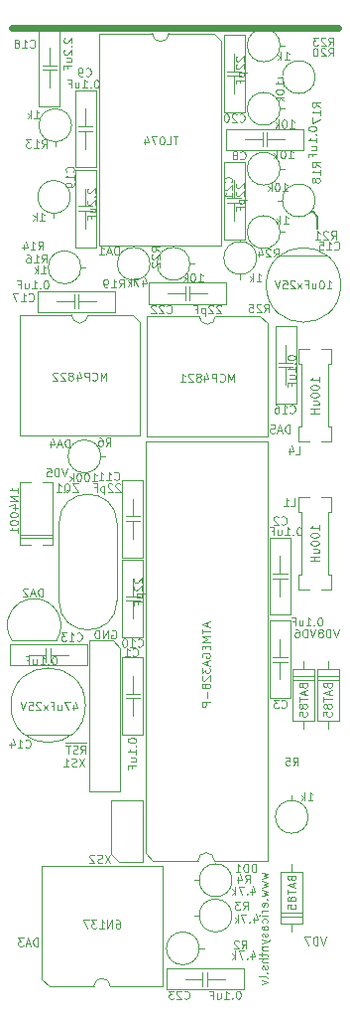
<source format=gbo>
G04 #@! TF.FileFunction,Legend,Bot*
%FSLAX46Y46*%
G04 Gerber Fmt 4.6, Leading zero omitted, Abs format (unit mm)*
G04 Created by KiCad (PCBNEW (2016-08-20 BZR 7083)-product) date Sun Feb  5 21:27:28 2017*
%MOMM*%
%LPD*%
G01*
G04 APERTURE LIST*
%ADD10C,0.100000*%
%ADD11C,0.600000*%
%ADD12C,0.200000*%
%ADD13C,0.120000*%
G04 APERTURE END LIST*
D10*
D11*
X28500000Y83600000D02*
X600000Y83600000D01*
D12*
X26300000Y67900000D02*
X26200000Y67900000D01*
X26700000Y67500000D02*
X26300000Y67900000D01*
X26700000Y66500000D02*
X26700000Y67500000D01*
D10*
X21950000Y11650000D02*
X22416666Y11516667D01*
X22083333Y11383334D01*
X22416666Y11250000D01*
X21950000Y11116667D01*
X21950000Y10916667D02*
X22416666Y10783334D01*
X22083333Y10650000D01*
X22416666Y10516667D01*
X21950000Y10383334D01*
X21950000Y10183334D02*
X22416666Y10050000D01*
X22083333Y9916667D01*
X22416666Y9783334D01*
X21950000Y9650000D01*
X22350000Y9383334D02*
X22383333Y9350000D01*
X22416666Y9383334D01*
X22383333Y9416667D01*
X22350000Y9383334D01*
X22416666Y9383334D01*
X22383333Y8783334D02*
X22416666Y8850000D01*
X22416666Y8983334D01*
X22383333Y9050000D01*
X22316666Y9083334D01*
X22050000Y9083334D01*
X21983333Y9050000D01*
X21950000Y8983334D01*
X21950000Y8850000D01*
X21983333Y8783334D01*
X22050000Y8750000D01*
X22116666Y8750000D01*
X22183333Y9083334D01*
X22416666Y8450000D02*
X21950000Y8450000D01*
X22083333Y8450000D02*
X22016666Y8416667D01*
X21983333Y8383334D01*
X21950000Y8316667D01*
X21950000Y8250000D01*
X22416666Y8016667D02*
X21950000Y8016667D01*
X21716666Y8016667D02*
X21750000Y8050000D01*
X21783333Y8016667D01*
X21750000Y7983334D01*
X21716666Y8016667D01*
X21783333Y8016667D01*
X22383333Y7383334D02*
X22416666Y7450000D01*
X22416666Y7583334D01*
X22383333Y7650000D01*
X22350000Y7683334D01*
X22283333Y7716667D01*
X22083333Y7716667D01*
X22016666Y7683334D01*
X21983333Y7650000D01*
X21950000Y7583334D01*
X21950000Y7450000D01*
X21983333Y7383334D01*
X22416666Y6783334D02*
X22050000Y6783334D01*
X21983333Y6816667D01*
X21950000Y6883334D01*
X21950000Y7016667D01*
X21983333Y7083334D01*
X22383333Y6783334D02*
X22416666Y6850000D01*
X22416666Y7016667D01*
X22383333Y7083334D01*
X22316666Y7116667D01*
X22250000Y7116667D01*
X22183333Y7083334D01*
X22150000Y7016667D01*
X22150000Y6850000D01*
X22116666Y6783334D01*
X22383333Y6483334D02*
X22416666Y6416667D01*
X22416666Y6283334D01*
X22383333Y6216667D01*
X22316666Y6183334D01*
X22283333Y6183334D01*
X22216666Y6216667D01*
X22183333Y6283334D01*
X22183333Y6383334D01*
X22150000Y6450000D01*
X22083333Y6483334D01*
X22050000Y6483334D01*
X21983333Y6450000D01*
X21950000Y6383334D01*
X21950000Y6283334D01*
X21983333Y6216667D01*
X21950000Y5950000D02*
X22416666Y5783334D01*
X21950000Y5616667D02*
X22416666Y5783334D01*
X22583333Y5850000D01*
X22616666Y5883334D01*
X22650000Y5950000D01*
X21950000Y5350000D02*
X22416666Y5350000D01*
X22016666Y5350000D02*
X21983333Y5316667D01*
X21950000Y5250000D01*
X21950000Y5150000D01*
X21983333Y5083334D01*
X22050000Y5050000D01*
X22416666Y5050000D01*
X21950000Y4816667D02*
X21950000Y4550000D01*
X21716666Y4716667D02*
X22316666Y4716667D01*
X22383333Y4683334D01*
X22416666Y4616667D01*
X22416666Y4550000D01*
X22416666Y4316667D02*
X21716666Y4316667D01*
X22416666Y4016667D02*
X22050000Y4016667D01*
X21983333Y4050000D01*
X21950000Y4116667D01*
X21950000Y4216667D01*
X21983333Y4283334D01*
X22016666Y4316667D01*
X22383333Y3716667D02*
X22416666Y3650000D01*
X22416666Y3516667D01*
X22383333Y3450000D01*
X22316666Y3416667D01*
X22283333Y3416667D01*
X22216666Y3450000D01*
X22183333Y3516667D01*
X22183333Y3616667D01*
X22150000Y3683334D01*
X22083333Y3716667D01*
X22050000Y3716667D01*
X21983333Y3683334D01*
X21950000Y3616667D01*
X21950000Y3516667D01*
X21983333Y3450000D01*
X22350000Y3116667D02*
X22383333Y3083334D01*
X22416666Y3116667D01*
X22383333Y3150000D01*
X22350000Y3116667D01*
X22416666Y3116667D01*
X22416666Y2683334D02*
X22383333Y2750000D01*
X22316666Y2783334D01*
X21716666Y2783334D01*
X21950000Y2483334D02*
X22416666Y2316667D01*
X21950000Y2150000D01*
X9133333Y32250000D02*
X9200000Y32283334D01*
X9300000Y32283334D01*
X9400000Y32250000D01*
X9466666Y32183334D01*
X9500000Y32116667D01*
X9533333Y31983334D01*
X9533333Y31883334D01*
X9500000Y31750000D01*
X9466666Y31683334D01*
X9400000Y31616667D01*
X9300000Y31583334D01*
X9233333Y31583334D01*
X9133333Y31616667D01*
X9100000Y31650000D01*
X9100000Y31883334D01*
X9233333Y31883334D01*
X8800000Y31583334D02*
X8800000Y32283334D01*
X8400000Y31583334D01*
X8400000Y32283334D01*
X8066666Y31583334D02*
X8066666Y32283334D01*
X7900000Y32283334D01*
X7800000Y32250000D01*
X7733333Y32183334D01*
X7700000Y32116667D01*
X7666666Y31983334D01*
X7666666Y31883334D01*
X7700000Y31750000D01*
X7733333Y31683334D01*
X7800000Y31616667D01*
X7900000Y31583334D01*
X8066666Y31583334D01*
X6927000Y22734000D02*
X6350000Y22734000D01*
X6483333Y21783334D02*
X6716666Y22116667D01*
X6883333Y21783334D02*
X6883333Y22483334D01*
X6616666Y22483334D01*
X6550000Y22450000D01*
X6516666Y22416667D01*
X6483333Y22350000D01*
X6483333Y22250000D01*
X6516666Y22183334D01*
X6550000Y22150000D01*
X6616666Y22116667D01*
X6883333Y22116667D01*
X6350000Y22734000D02*
X5683333Y22734000D01*
X6216666Y21816667D02*
X6116666Y21783334D01*
X5950000Y21783334D01*
X5883333Y21816667D01*
X5850000Y21850000D01*
X5816666Y21916667D01*
X5816666Y21983334D01*
X5850000Y22050000D01*
X5883333Y22083334D01*
X5950000Y22116667D01*
X6083333Y22150000D01*
X6150000Y22183334D01*
X6183333Y22216667D01*
X6216666Y22283334D01*
X6216666Y22350000D01*
X6183333Y22416667D01*
X6150000Y22450000D01*
X6083333Y22483334D01*
X5916666Y22483334D01*
X5816666Y22450000D01*
X5683333Y22734000D02*
X5150000Y22734000D01*
X5616666Y22483334D02*
X5216666Y22483334D01*
X5416666Y21783334D02*
X5416666Y22483334D01*
X10900000Y26900000D02*
X10900000Y28400000D01*
X10900000Y26500000D02*
X10900000Y25000000D01*
X10300000Y26500000D02*
X11500000Y26500000D01*
X10300000Y26900000D02*
X11500000Y26900000D01*
X10000000Y30000000D02*
X10000000Y23400000D01*
X10000000Y23400000D02*
X11800000Y23400000D01*
X11800000Y23400000D02*
X11800000Y30000000D01*
X11800000Y30000000D02*
X10000000Y30000000D01*
X23500000Y36700000D02*
X23500000Y35200000D01*
X23500000Y37100000D02*
X23500000Y38600000D01*
X24100000Y37100000D02*
X22900000Y37100000D01*
X24100000Y36700000D02*
X22900000Y36700000D01*
X24400000Y33600000D02*
X24400000Y40200000D01*
X24400000Y40200000D02*
X22600000Y40200000D01*
X22600000Y40200000D02*
X22600000Y33600000D01*
X22600000Y33600000D02*
X24400000Y33600000D01*
X23500000Y30000000D02*
X23500000Y31500000D01*
X23500000Y29600000D02*
X23500000Y28100000D01*
X22900000Y29600000D02*
X24100000Y29600000D01*
X22900000Y30000000D02*
X24100000Y30000000D01*
X22600000Y33100000D02*
X22600000Y26500000D01*
X22600000Y26500000D02*
X24400000Y26500000D01*
X24400000Y26500000D02*
X24400000Y33100000D01*
X24400000Y33100000D02*
X22600000Y33100000D01*
X22000000Y74100000D02*
X20500000Y74100000D01*
X22400000Y74100000D02*
X23900000Y74100000D01*
X22400000Y73500000D02*
X22400000Y74700000D01*
X22000000Y73500000D02*
X22000000Y74700000D01*
X18900000Y73200000D02*
X25500000Y73200000D01*
X25500000Y73200000D02*
X25500000Y75000000D01*
X25500000Y75000000D02*
X18900000Y75000000D01*
X18900000Y75000000D02*
X18900000Y73200000D01*
X6900000Y74800000D02*
X6900000Y73300000D01*
X6900000Y75200000D02*
X6900000Y76700000D01*
X7500000Y75200000D02*
X6300000Y75200000D01*
X7500000Y74800000D02*
X6300000Y74800000D01*
X7800000Y71700000D02*
X7800000Y78300000D01*
X7800000Y78300000D02*
X6000000Y78300000D01*
X6000000Y78300000D02*
X6000000Y71700000D01*
X6000000Y71700000D02*
X7800000Y71700000D01*
X10900000Y34800000D02*
X10900000Y33300000D01*
X10900000Y35200000D02*
X10900000Y36700000D01*
X11500000Y35200000D02*
X10300000Y35200000D01*
X11500000Y34800000D02*
X10300000Y34800000D01*
X11800000Y31700000D02*
X11800000Y38300000D01*
X11800000Y38300000D02*
X10000000Y38300000D01*
X10000000Y38300000D02*
X10000000Y31700000D01*
X10000000Y31700000D02*
X11800000Y31700000D01*
X10900000Y42000000D02*
X10900000Y43500000D01*
X10900000Y41600000D02*
X10900000Y40100000D01*
X10300000Y41600000D02*
X11500000Y41600000D01*
X10300000Y42000000D02*
X11500000Y42000000D01*
X10000000Y45100000D02*
X10000000Y38500000D01*
X10000000Y38500000D02*
X11800000Y38500000D01*
X11800000Y38500000D02*
X11800000Y45100000D01*
X11800000Y45100000D02*
X10000000Y45100000D01*
X3900000Y30200000D02*
X5400000Y30200000D01*
X3500000Y30200000D02*
X2000000Y30200000D01*
X3500000Y30800000D02*
X3500000Y29600000D01*
X3900000Y30800000D02*
X3900000Y29600000D01*
X7000000Y31100000D02*
X400000Y31100000D01*
X400000Y31100000D02*
X400000Y29300000D01*
X400000Y29300000D02*
X7000000Y29300000D01*
X7000000Y29300000D02*
X7000000Y31100000D01*
X1731500Y23423500D02*
X5668500Y23423500D01*
X6880710Y25900000D02*
G75*
G03X6880710Y25900000I-3180710J0D01*
G01*
X27468500Y64176500D02*
X23531500Y64176500D01*
X28680710Y61700000D02*
G75*
G03X28680710Y61700000I-3180710J0D01*
G01*
X24000000Y55100000D02*
X24000000Y56600000D01*
X24000000Y54700000D02*
X24000000Y53200000D01*
X23400000Y54700000D02*
X24600000Y54700000D01*
X23400000Y55100000D02*
X24600000Y55100000D01*
X23100000Y58200000D02*
X23100000Y51600000D01*
X23100000Y51600000D02*
X24900000Y51600000D01*
X24900000Y51600000D02*
X24900000Y58200000D01*
X24900000Y58200000D02*
X23100000Y58200000D01*
X6300000Y60300000D02*
X7800000Y60300000D01*
X5900000Y60300000D02*
X4400000Y60300000D01*
X5900000Y60900000D02*
X5900000Y59700000D01*
X6300000Y60900000D02*
X6300000Y59700000D01*
X9400000Y61200000D02*
X2800000Y61200000D01*
X2800000Y61200000D02*
X2800000Y59400000D01*
X2800000Y59400000D02*
X9400000Y59400000D01*
X9400000Y59400000D02*
X9400000Y61200000D01*
X3800000Y80400000D02*
X3800000Y81900000D01*
X3800000Y80000000D02*
X3800000Y78500000D01*
X3200000Y80000000D02*
X4400000Y80000000D01*
X3200000Y80400000D02*
X4400000Y80400000D01*
X2900000Y83500000D02*
X2900000Y76900000D01*
X2900000Y76900000D02*
X4700000Y76900000D01*
X4700000Y76900000D02*
X4700000Y83500000D01*
X4700000Y83500000D02*
X2900000Y83500000D01*
X6900000Y68400000D02*
X6900000Y69900000D01*
X6900000Y68000000D02*
X6900000Y66500000D01*
X6300000Y68000000D02*
X7500000Y68000000D01*
X6300000Y68400000D02*
X7500000Y68400000D01*
X6000000Y71500000D02*
X6000000Y64900000D01*
X6000000Y64900000D02*
X7800000Y64900000D01*
X7800000Y64900000D02*
X7800000Y71500000D01*
X7800000Y71500000D02*
X6000000Y71500000D01*
X19600000Y79500000D02*
X19600000Y78000000D01*
X19600000Y79900000D02*
X19600000Y81400000D01*
X20200000Y79900000D02*
X19000000Y79900000D01*
X20200000Y79500000D02*
X19000000Y79500000D01*
X20500000Y76400000D02*
X20500000Y83000000D01*
X20500000Y83000000D02*
X18700000Y83000000D01*
X18700000Y83000000D02*
X18700000Y76400000D01*
X18700000Y76400000D02*
X20500000Y76400000D01*
X19600000Y69100000D02*
X19600000Y70600000D01*
X19600000Y68700000D02*
X19600000Y67200000D01*
X19000000Y68700000D02*
X20200000Y68700000D01*
X19000000Y69100000D02*
X20200000Y69100000D01*
X18700000Y72200000D02*
X18700000Y65600000D01*
X18700000Y65600000D02*
X20500000Y65600000D01*
X20500000Y65600000D02*
X20500000Y72200000D01*
X20500000Y72200000D02*
X18700000Y72200000D01*
X15400000Y61000000D02*
X13900000Y61000000D01*
X15800000Y61000000D02*
X17300000Y61000000D01*
X15800000Y60400000D02*
X15800000Y61600000D01*
X15400000Y60400000D02*
X15400000Y61600000D01*
X12300000Y60100000D02*
X18900000Y60100000D01*
X18900000Y60100000D02*
X18900000Y61900000D01*
X18900000Y61900000D02*
X12300000Y61900000D01*
X12300000Y61900000D02*
X12300000Y60100000D01*
X13998500Y83117000D02*
X17872000Y83117000D01*
X17872000Y83117000D02*
X18507000Y82482000D01*
X18507000Y82482000D02*
X18507000Y65083000D01*
X12601500Y83117000D02*
X8093000Y83117000D01*
X13998500Y83117000D02*
G75*
G02X13300000Y82418500I-698500J0D01*
G01*
X13300000Y82418500D02*
G75*
G02X12601500Y83117000I0J698500D01*
G01*
X8093000Y65083000D02*
X18507000Y65083000D01*
X8093000Y65083000D02*
X8093000Y83117000D01*
X4405000Y31430000D02*
X595000Y31430000D01*
X597661Y31426017D02*
G75*
G02X4405000Y31430000I1902339J1273983D01*
G01*
X27897000Y43637000D02*
X27897000Y42367000D01*
X27897000Y42367000D02*
X27643000Y42367000D01*
X27643000Y42367000D02*
X27643000Y37033000D01*
X27643000Y37033000D02*
X27897000Y37033000D01*
X27897000Y37033000D02*
X27897000Y35763000D01*
X27897000Y35763000D02*
X27008000Y35763000D01*
X27008000Y43637000D02*
X27897000Y43637000D01*
X25103000Y43637000D02*
X25992000Y43637000D01*
X25103000Y43637000D02*
X25103000Y42367000D01*
X25103000Y42367000D02*
X25357000Y42367000D01*
X25357000Y42367000D02*
X25357000Y37033000D01*
X25357000Y37033000D02*
X25103000Y37033000D01*
X25103000Y37033000D02*
X25103000Y35763000D01*
X25103000Y35763000D02*
X25992000Y35763000D01*
X25103000Y48363000D02*
X25103000Y49633000D01*
X25103000Y49633000D02*
X25357000Y49633000D01*
X25357000Y49633000D02*
X25357000Y54967000D01*
X25357000Y54967000D02*
X25103000Y54967000D01*
X25103000Y54967000D02*
X25103000Y56237000D01*
X25103000Y56237000D02*
X25992000Y56237000D01*
X25992000Y48363000D02*
X25103000Y48363000D01*
X27897000Y48363000D02*
X27008000Y48363000D01*
X27897000Y48363000D02*
X27897000Y49633000D01*
X27897000Y49633000D02*
X27643000Y49633000D01*
X27643000Y49633000D02*
X27643000Y54967000D01*
X27643000Y54967000D02*
X27897000Y54967000D01*
X27897000Y54967000D02*
X27897000Y56237000D01*
X27897000Y56237000D02*
X27008000Y56237000D01*
X26452500Y28070000D02*
X24547500Y28070000D01*
X26452500Y28387500D02*
X24547500Y28387500D01*
X25500000Y24577500D02*
X25500000Y23900000D01*
X25500000Y29022500D02*
X25500000Y29700000D01*
X26452500Y24577500D02*
X26452500Y29022500D01*
X26452500Y29022500D02*
X24547500Y29022500D01*
X24547500Y29022500D02*
X24547500Y24577500D01*
X24547500Y24577500D02*
X26452500Y24577500D01*
X23547500Y8230000D02*
X25452500Y8230000D01*
X23547500Y7912500D02*
X25452500Y7912500D01*
X24500000Y11722500D02*
X24500000Y12400000D01*
X24500000Y7277500D02*
X24500000Y6600000D01*
X23547500Y11722500D02*
X23547500Y7277500D01*
X23547500Y7277500D02*
X25452500Y7277500D01*
X25452500Y7277500D02*
X25452500Y11722500D01*
X25452500Y11722500D02*
X23547500Y11722500D01*
X28552500Y28070000D02*
X26647500Y28070000D01*
X28552500Y28387500D02*
X26647500Y28387500D01*
X27600000Y24577500D02*
X27600000Y23900000D01*
X27600000Y29022500D02*
X27600000Y29700000D01*
X28552500Y24577500D02*
X28552500Y29022500D01*
X28552500Y29022500D02*
X26647500Y29022500D01*
X26647500Y29022500D02*
X26647500Y24577500D01*
X26647500Y24577500D02*
X28552500Y24577500D01*
X7166500Y18586500D02*
X7166500Y31413500D01*
X7166500Y31413500D02*
X9198500Y31413500D01*
X9198500Y31413500D02*
X9833500Y30778500D01*
X9833500Y30778500D02*
X9833500Y18586500D01*
X9833500Y18586500D02*
X7166500Y18586500D01*
X4623500Y34798000D02*
X4623500Y41402000D01*
X9576500Y34798000D02*
X9576500Y41402000D01*
X9576500Y34798000D02*
G75*
G02X4623500Y34798000I-2476500J0D01*
G01*
X4623500Y41402000D02*
G75*
G02X9576500Y41402000I2476500J0D01*
G01*
X3208000Y39533000D02*
X4097000Y39533000D01*
X1303000Y39533000D02*
X2192000Y39533000D01*
X3208000Y44867000D02*
X4097000Y44867000D01*
X1303000Y44867000D02*
X2192000Y44867000D01*
X1303000Y40422000D02*
X4097000Y40422000D01*
X1303000Y40168000D02*
X4097000Y40168000D01*
X1303000Y44867000D02*
X1303000Y39533000D01*
X4097000Y39533000D02*
X4097000Y44867000D01*
X16501500Y12654700D02*
X12628000Y12654700D01*
X12628000Y12656500D02*
X11993000Y13291500D01*
X11993000Y13291500D02*
X11993000Y48345300D01*
X17898500Y12654700D02*
X22407000Y12654700D01*
X16501500Y12656500D02*
G75*
G02X17200000Y13355000I698500J0D01*
G01*
X17200000Y13355000D02*
G75*
G02X17898500Y12656500I0J-698500D01*
G01*
X22407000Y48345300D02*
X11993000Y48345300D01*
X22407000Y48345300D02*
X22407000Y12654700D01*
X16900000Y2600000D02*
X15400000Y2600000D01*
X17300000Y2600000D02*
X18800000Y2600000D01*
X17300000Y2000000D02*
X17300000Y3200000D01*
X16900000Y2000000D02*
X16900000Y3200000D01*
X13800000Y1700000D02*
X20400000Y1700000D01*
X20400000Y1700000D02*
X20400000Y3500000D01*
X20400000Y3500000D02*
X13800000Y3500000D01*
X13800000Y3500000D02*
X13800000Y1700000D01*
X3791500Y1956500D02*
X3156500Y2591500D01*
X3156500Y2591500D02*
X3156500Y12243500D01*
X7601500Y1956500D02*
X3791500Y1956500D01*
X8998500Y1956500D02*
X13443500Y1956500D01*
X8300000Y2655000D02*
G75*
G02X8998500Y1956500I0J-698500D01*
G01*
X7601500Y1956500D02*
G75*
G02X8300000Y2655000I698500J0D01*
G01*
X13443500Y12243500D02*
X3156500Y12243500D01*
X13443500Y12243500D02*
X13443500Y1956500D01*
X10908500Y59143500D02*
X11543500Y58508500D01*
X11543500Y58508500D02*
X11543500Y48856500D01*
X7098500Y59143500D02*
X10908500Y59143500D01*
X5701500Y59143500D02*
X1256500Y59143500D01*
X6400000Y58445000D02*
G75*
G02X5701500Y59143500I0J698500D01*
G01*
X7098500Y59143500D02*
G75*
G02X6400000Y58445000I-698500J0D01*
G01*
X1256500Y48856500D02*
X11543500Y48856500D01*
X1256500Y48856500D02*
X1256500Y59143500D01*
X21808500Y59043500D02*
X22443500Y58408500D01*
X22443500Y58408500D02*
X22443500Y48756500D01*
X17998500Y59043500D02*
X21808500Y59043500D01*
X16601500Y59043500D02*
X12156500Y59043500D01*
X17300000Y58345000D02*
G75*
G02X16601500Y59043500I0J698500D01*
G01*
X17998500Y59043500D02*
G75*
G02X17300000Y58345000I-698500J0D01*
G01*
X12156500Y48756500D02*
X22443500Y48756500D01*
X12156500Y48756500D02*
X12156500Y59043500D01*
D13*
X11750000Y17850000D02*
X11750000Y12600000D01*
X11750000Y12600000D02*
X9750000Y12600000D01*
X9750000Y12600000D02*
X9100000Y13250000D01*
X9100000Y13250000D02*
X9100000Y17850000D01*
X9100000Y17850000D02*
X11750000Y17850000D01*
X4300000Y73900000D02*
X4300000Y73500000D01*
X5700000Y75300000D02*
G75*
G03X5700000Y75300000I-1400000J0D01*
G01*
X4200000Y67800000D02*
X4200000Y67400000D01*
X5600000Y69200000D02*
G75*
G03X5600000Y69200000I-1400000J0D01*
G01*
X6500000Y63200000D02*
X6900000Y63200000D01*
X6500000Y63200000D02*
G75*
G03X6500000Y63200000I-1400000J0D01*
G01*
X23500000Y76700000D02*
X23900000Y76700000D01*
X23500000Y76700000D02*
G75*
G03X23500000Y76700000I-1400000J0D01*
G01*
X23500000Y71600000D02*
X23900000Y71600000D01*
X23500000Y71600000D02*
G75*
G03X23500000Y71600000I-1400000J0D01*
G01*
X11000000Y62100000D02*
X11000000Y61700000D01*
X12400000Y63500000D02*
G75*
G03X12400000Y63500000I-1400000J0D01*
G01*
X23700000Y79400000D02*
X23300000Y79400000D01*
X26500000Y79400000D02*
G75*
G03X26500000Y79400000I-1400000J0D01*
G01*
X23700000Y68900000D02*
X23300000Y68900000D01*
X26500000Y68900000D02*
G75*
G03X26500000Y68900000I-1400000J0D01*
G01*
X15800000Y63500000D02*
X16200000Y63500000D01*
X15800000Y63500000D02*
G75*
G03X15800000Y63500000I-1400000J0D01*
G01*
X23500000Y82100000D02*
X23900000Y82100000D01*
X23500000Y82100000D02*
G75*
G03X23500000Y82100000I-1400000J0D01*
G01*
X23500000Y66200000D02*
X23900000Y66200000D01*
X23500000Y66200000D02*
G75*
G03X23500000Y66200000I-1400000J0D01*
G01*
X20100000Y62600000D02*
X20100000Y62200000D01*
X21500000Y64000000D02*
G75*
G03X21500000Y64000000I-1400000J0D01*
G01*
X24500000Y17800000D02*
X24500000Y18200000D01*
X25900000Y16400000D02*
G75*
G03X25900000Y16400000I-1400000J0D01*
G01*
X16600000Y8000000D02*
X16200000Y8000000D01*
X19400000Y8000000D02*
G75*
G03X19400000Y8000000I-1400000J0D01*
G01*
X16600000Y5200000D02*
X17000000Y5200000D01*
X16600000Y5200000D02*
G75*
G03X16600000Y5200000I-1400000J0D01*
G01*
X16600000Y11000000D02*
X16200000Y11000000D01*
X19400000Y11000000D02*
G75*
G03X19400000Y11000000I-1400000J0D01*
G01*
X8200000Y47100000D02*
X8600000Y47100000D01*
X8200000Y47100000D02*
G75*
G03X8200000Y47100000I-1400000J0D01*
G01*
D10*
X10516666Y22950000D02*
X10516666Y22883334D01*
X10550000Y22816667D01*
X10583333Y22783334D01*
X10650000Y22750000D01*
X10783333Y22716667D01*
X10950000Y22716667D01*
X11083333Y22750000D01*
X11150000Y22783334D01*
X11183333Y22816667D01*
X11216666Y22883334D01*
X11216666Y22950000D01*
X11183333Y23016667D01*
X11150000Y23050000D01*
X11083333Y23083334D01*
X10950000Y23116667D01*
X10783333Y23116667D01*
X10650000Y23083334D01*
X10583333Y23050000D01*
X10550000Y23016667D01*
X10516666Y22950000D01*
X11150000Y22416667D02*
X11183333Y22383334D01*
X11216666Y22416667D01*
X11183333Y22450000D01*
X11150000Y22416667D01*
X11216666Y22416667D01*
X11216666Y21716667D02*
X11216666Y22116667D01*
X11216666Y21916667D02*
X10516666Y21916667D01*
X10616666Y21983334D01*
X10683333Y22050000D01*
X10716666Y22116667D01*
X10750000Y21116667D02*
X11216666Y21116667D01*
X10750000Y21416667D02*
X11116666Y21416667D01*
X11183333Y21383334D01*
X11216666Y21316667D01*
X11216666Y21216667D01*
X11183333Y21150000D01*
X11150000Y21116667D01*
X10850000Y20550000D02*
X10850000Y20783334D01*
X11216666Y20783334D02*
X10516666Y20783334D01*
X10516666Y20450000D01*
X10916666Y30150000D02*
X10950000Y30116667D01*
X11050000Y30083334D01*
X11116666Y30083334D01*
X11216666Y30116667D01*
X11283333Y30183334D01*
X11316666Y30250000D01*
X11350000Y30383334D01*
X11350000Y30483334D01*
X11316666Y30616667D01*
X11283333Y30683334D01*
X11216666Y30750000D01*
X11116666Y30783334D01*
X11050000Y30783334D01*
X10950000Y30750000D01*
X10916666Y30716667D01*
X10250000Y30083334D02*
X10650000Y30083334D01*
X10450000Y30083334D02*
X10450000Y30783334D01*
X10516666Y30683334D01*
X10583333Y30616667D01*
X10650000Y30583334D01*
X25150000Y41083334D02*
X25083333Y41083334D01*
X25016666Y41050000D01*
X24983333Y41016667D01*
X24950000Y40950000D01*
X24916666Y40816667D01*
X24916666Y40650000D01*
X24950000Y40516667D01*
X24983333Y40450000D01*
X25016666Y40416667D01*
X25083333Y40383334D01*
X25150000Y40383334D01*
X25216666Y40416667D01*
X25250000Y40450000D01*
X25283333Y40516667D01*
X25316666Y40650000D01*
X25316666Y40816667D01*
X25283333Y40950000D01*
X25250000Y41016667D01*
X25216666Y41050000D01*
X25150000Y41083334D01*
X24616666Y40450000D02*
X24583333Y40416667D01*
X24616666Y40383334D01*
X24650000Y40416667D01*
X24616666Y40450000D01*
X24616666Y40383334D01*
X23916666Y40383334D02*
X24316666Y40383334D01*
X24116666Y40383334D02*
X24116666Y41083334D01*
X24183333Y40983334D01*
X24250000Y40916667D01*
X24316666Y40883334D01*
X23316666Y40850000D02*
X23316666Y40383334D01*
X23616666Y40850000D02*
X23616666Y40483334D01*
X23583333Y40416667D01*
X23516666Y40383334D01*
X23416666Y40383334D01*
X23350000Y40416667D01*
X23316666Y40450000D01*
X22750000Y40750000D02*
X22983333Y40750000D01*
X22983333Y40383334D02*
X22983333Y41083334D01*
X22650000Y41083334D01*
X23616666Y41350000D02*
X23650000Y41316667D01*
X23750000Y41283334D01*
X23816666Y41283334D01*
X23916666Y41316667D01*
X23983333Y41383334D01*
X24016666Y41450000D01*
X24050000Y41583334D01*
X24050000Y41683334D01*
X24016666Y41816667D01*
X23983333Y41883334D01*
X23916666Y41950000D01*
X23816666Y41983334D01*
X23750000Y41983334D01*
X23650000Y41950000D01*
X23616666Y41916667D01*
X23350000Y41916667D02*
X23316666Y41950000D01*
X23250000Y41983334D01*
X23083333Y41983334D01*
X23016666Y41950000D01*
X22983333Y41916667D01*
X22950000Y41850000D01*
X22950000Y41783334D01*
X22983333Y41683334D01*
X23383333Y41283334D01*
X22950000Y41283334D01*
X26950000Y33383334D02*
X26883333Y33383334D01*
X26816666Y33350000D01*
X26783333Y33316667D01*
X26750000Y33250000D01*
X26716666Y33116667D01*
X26716666Y32950000D01*
X26750000Y32816667D01*
X26783333Y32750000D01*
X26816666Y32716667D01*
X26883333Y32683334D01*
X26950000Y32683334D01*
X27016666Y32716667D01*
X27050000Y32750000D01*
X27083333Y32816667D01*
X27116666Y32950000D01*
X27116666Y33116667D01*
X27083333Y33250000D01*
X27050000Y33316667D01*
X27016666Y33350000D01*
X26950000Y33383334D01*
X26416666Y32750000D02*
X26383333Y32716667D01*
X26416666Y32683334D01*
X26450000Y32716667D01*
X26416666Y32750000D01*
X26416666Y32683334D01*
X25716666Y32683334D02*
X26116666Y32683334D01*
X25916666Y32683334D02*
X25916666Y33383334D01*
X25983333Y33283334D01*
X26050000Y33216667D01*
X26116666Y33183334D01*
X25116666Y33150000D02*
X25116666Y32683334D01*
X25416666Y33150000D02*
X25416666Y32783334D01*
X25383333Y32716667D01*
X25316666Y32683334D01*
X25216666Y32683334D01*
X25150000Y32716667D01*
X25116666Y32750000D01*
X24550000Y33050000D02*
X24783333Y33050000D01*
X24783333Y32683334D02*
X24783333Y33383334D01*
X24450000Y33383334D01*
X23616666Y25750000D02*
X23650000Y25716667D01*
X23750000Y25683334D01*
X23816666Y25683334D01*
X23916666Y25716667D01*
X23983333Y25783334D01*
X24016666Y25850000D01*
X24050000Y25983334D01*
X24050000Y26083334D01*
X24016666Y26216667D01*
X23983333Y26283334D01*
X23916666Y26350000D01*
X23816666Y26383334D01*
X23750000Y26383334D01*
X23650000Y26350000D01*
X23616666Y26316667D01*
X23383333Y26383334D02*
X22950000Y26383334D01*
X23183333Y26116667D01*
X23083333Y26116667D01*
X23016666Y26083334D01*
X22983333Y26050000D01*
X22950000Y25983334D01*
X22950000Y25816667D01*
X22983333Y25750000D01*
X23016666Y25716667D01*
X23083333Y25683334D01*
X23283333Y25683334D01*
X23350000Y25716667D01*
X23383333Y25750000D01*
X25916666Y75050000D02*
X25916666Y74983334D01*
X25950000Y74916667D01*
X25983333Y74883334D01*
X26050000Y74850000D01*
X26183333Y74816667D01*
X26350000Y74816667D01*
X26483333Y74850000D01*
X26550000Y74883334D01*
X26583333Y74916667D01*
X26616666Y74983334D01*
X26616666Y75050000D01*
X26583333Y75116667D01*
X26550000Y75150000D01*
X26483333Y75183334D01*
X26350000Y75216667D01*
X26183333Y75216667D01*
X26050000Y75183334D01*
X25983333Y75150000D01*
X25950000Y75116667D01*
X25916666Y75050000D01*
X26550000Y74516667D02*
X26583333Y74483334D01*
X26616666Y74516667D01*
X26583333Y74550000D01*
X26550000Y74516667D01*
X26616666Y74516667D01*
X26616666Y73816667D02*
X26616666Y74216667D01*
X26616666Y74016667D02*
X25916666Y74016667D01*
X26016666Y74083334D01*
X26083333Y74150000D01*
X26116666Y74216667D01*
X26150000Y73216667D02*
X26616666Y73216667D01*
X26150000Y73516667D02*
X26516666Y73516667D01*
X26583333Y73483334D01*
X26616666Y73416667D01*
X26616666Y73316667D01*
X26583333Y73250000D01*
X26550000Y73216667D01*
X26250000Y72650000D02*
X26250000Y72883334D01*
X26616666Y72883334D02*
X25916666Y72883334D01*
X25916666Y72550000D01*
X20116666Y72450000D02*
X20150000Y72416667D01*
X20250000Y72383334D01*
X20316666Y72383334D01*
X20416666Y72416667D01*
X20483333Y72483334D01*
X20516666Y72550000D01*
X20550000Y72683334D01*
X20550000Y72783334D01*
X20516666Y72916667D01*
X20483333Y72983334D01*
X20416666Y73050000D01*
X20316666Y73083334D01*
X20250000Y73083334D01*
X20150000Y73050000D01*
X20116666Y73016667D01*
X19716666Y72783334D02*
X19783333Y72816667D01*
X19816666Y72850000D01*
X19850000Y72916667D01*
X19850000Y72950000D01*
X19816666Y73016667D01*
X19783333Y73050000D01*
X19716666Y73083334D01*
X19583333Y73083334D01*
X19516666Y73050000D01*
X19483333Y73016667D01*
X19450000Y72950000D01*
X19450000Y72916667D01*
X19483333Y72850000D01*
X19516666Y72816667D01*
X19583333Y72783334D01*
X19716666Y72783334D01*
X19783333Y72750000D01*
X19816666Y72716667D01*
X19850000Y72650000D01*
X19850000Y72516667D01*
X19816666Y72450000D01*
X19783333Y72416667D01*
X19716666Y72383334D01*
X19583333Y72383334D01*
X19516666Y72416667D01*
X19483333Y72450000D01*
X19450000Y72516667D01*
X19450000Y72650000D01*
X19483333Y72716667D01*
X19516666Y72750000D01*
X19583333Y72783334D01*
X7850000Y79183334D02*
X7783333Y79183334D01*
X7716666Y79150000D01*
X7683333Y79116667D01*
X7650000Y79050000D01*
X7616666Y78916667D01*
X7616666Y78750000D01*
X7650000Y78616667D01*
X7683333Y78550000D01*
X7716666Y78516667D01*
X7783333Y78483334D01*
X7850000Y78483334D01*
X7916666Y78516667D01*
X7950000Y78550000D01*
X7983333Y78616667D01*
X8016666Y78750000D01*
X8016666Y78916667D01*
X7983333Y79050000D01*
X7950000Y79116667D01*
X7916666Y79150000D01*
X7850000Y79183334D01*
X7316666Y78550000D02*
X7283333Y78516667D01*
X7316666Y78483334D01*
X7350000Y78516667D01*
X7316666Y78550000D01*
X7316666Y78483334D01*
X6616666Y78483334D02*
X7016666Y78483334D01*
X6816666Y78483334D02*
X6816666Y79183334D01*
X6883333Y79083334D01*
X6950000Y79016667D01*
X7016666Y78983334D01*
X6016666Y78950000D02*
X6016666Y78483334D01*
X6316666Y78950000D02*
X6316666Y78583334D01*
X6283333Y78516667D01*
X6216666Y78483334D01*
X6116666Y78483334D01*
X6050000Y78516667D01*
X6016666Y78550000D01*
X5450000Y78850000D02*
X5683333Y78850000D01*
X5683333Y78483334D02*
X5683333Y79183334D01*
X5350000Y79183334D01*
X6916666Y79550000D02*
X6950000Y79516667D01*
X7050000Y79483334D01*
X7116666Y79483334D01*
X7216666Y79516667D01*
X7283333Y79583334D01*
X7316666Y79650000D01*
X7350000Y79783334D01*
X7350000Y79883334D01*
X7316666Y80016667D01*
X7283333Y80083334D01*
X7216666Y80150000D01*
X7116666Y80183334D01*
X7050000Y80183334D01*
X6950000Y80150000D01*
X6916666Y80116667D01*
X6583333Y79483334D02*
X6450000Y79483334D01*
X6383333Y79516667D01*
X6350000Y79550000D01*
X6283333Y79650000D01*
X6250000Y79783334D01*
X6250000Y80050000D01*
X6283333Y80116667D01*
X6316666Y80150000D01*
X6383333Y80183334D01*
X6516666Y80183334D01*
X6583333Y80150000D01*
X6616666Y80116667D01*
X6650000Y80050000D01*
X6650000Y79883334D01*
X6616666Y79816667D01*
X6583333Y79783334D01*
X6516666Y79750000D01*
X6383333Y79750000D01*
X6316666Y79783334D01*
X6283333Y79816667D01*
X6250000Y79883334D01*
X11083333Y36750000D02*
X11050000Y36716667D01*
X11016666Y36650000D01*
X11016666Y36483334D01*
X11050000Y36416667D01*
X11083333Y36383334D01*
X11150000Y36350000D01*
X11216666Y36350000D01*
X11316666Y36383334D01*
X11716666Y36783334D01*
X11716666Y36350000D01*
X11083333Y36083334D02*
X11050000Y36050000D01*
X11016666Y35983334D01*
X11016666Y35816667D01*
X11050000Y35750000D01*
X11083333Y35716667D01*
X11150000Y35683334D01*
X11216666Y35683334D01*
X11316666Y35716667D01*
X11716666Y36116667D01*
X11716666Y35683334D01*
X11250000Y35383334D02*
X11950000Y35383334D01*
X11283333Y35383334D02*
X11250000Y35316667D01*
X11250000Y35183334D01*
X11283333Y35116667D01*
X11316666Y35083334D01*
X11383333Y35050000D01*
X11583333Y35050000D01*
X11650000Y35083334D01*
X11683333Y35116667D01*
X11716666Y35183334D01*
X11716666Y35316667D01*
X11683333Y35383334D01*
X11350000Y34516667D02*
X11350000Y34750000D01*
X11716666Y34750000D02*
X11016666Y34750000D01*
X11016666Y34416667D01*
X11350000Y30950000D02*
X11383333Y30916667D01*
X11483333Y30883334D01*
X11550000Y30883334D01*
X11650000Y30916667D01*
X11716666Y30983334D01*
X11750000Y31050000D01*
X11783333Y31183334D01*
X11783333Y31283334D01*
X11750000Y31416667D01*
X11716666Y31483334D01*
X11650000Y31550000D01*
X11550000Y31583334D01*
X11483333Y31583334D01*
X11383333Y31550000D01*
X11350000Y31516667D01*
X10683333Y30883334D02*
X11083333Y30883334D01*
X10883333Y30883334D02*
X10883333Y31583334D01*
X10950000Y31483334D01*
X11016666Y31416667D01*
X11083333Y31383334D01*
X10250000Y31583334D02*
X10183333Y31583334D01*
X10116666Y31550000D01*
X10083333Y31516667D01*
X10050000Y31450000D01*
X10016666Y31316667D01*
X10016666Y31150000D01*
X10050000Y31016667D01*
X10083333Y30950000D01*
X10116666Y30916667D01*
X10183333Y30883334D01*
X10250000Y30883334D01*
X10316666Y30916667D01*
X10350000Y30950000D01*
X10383333Y31016667D01*
X10416666Y31150000D01*
X10416666Y31316667D01*
X10383333Y31450000D01*
X10350000Y31516667D01*
X10316666Y31550000D01*
X10250000Y31583334D01*
X9850000Y44716667D02*
X9816666Y44750000D01*
X9750000Y44783334D01*
X9583333Y44783334D01*
X9516666Y44750000D01*
X9483333Y44716667D01*
X9450000Y44650000D01*
X9450000Y44583334D01*
X9483333Y44483334D01*
X9883333Y44083334D01*
X9450000Y44083334D01*
X9183333Y44716667D02*
X9150000Y44750000D01*
X9083333Y44783334D01*
X8916666Y44783334D01*
X8850000Y44750000D01*
X8816666Y44716667D01*
X8783333Y44650000D01*
X8783333Y44583334D01*
X8816666Y44483334D01*
X9216666Y44083334D01*
X8783333Y44083334D01*
X8483333Y44550000D02*
X8483333Y43850000D01*
X8483333Y44516667D02*
X8416666Y44550000D01*
X8283333Y44550000D01*
X8216666Y44516667D01*
X8183333Y44483334D01*
X8150000Y44416667D01*
X8150000Y44216667D01*
X8183333Y44150000D01*
X8216666Y44116667D01*
X8283333Y44083334D01*
X8416666Y44083334D01*
X8483333Y44116667D01*
X7616666Y44450000D02*
X7850000Y44450000D01*
X7850000Y44083334D02*
X7850000Y44783334D01*
X7516666Y44783334D01*
X9350000Y45150000D02*
X9383333Y45116667D01*
X9483333Y45083334D01*
X9550000Y45083334D01*
X9650000Y45116667D01*
X9716666Y45183334D01*
X9750000Y45250000D01*
X9783333Y45383334D01*
X9783333Y45483334D01*
X9750000Y45616667D01*
X9716666Y45683334D01*
X9650000Y45750000D01*
X9550000Y45783334D01*
X9483333Y45783334D01*
X9383333Y45750000D01*
X9350000Y45716667D01*
X8683333Y45083334D02*
X9083333Y45083334D01*
X8883333Y45083334D02*
X8883333Y45783334D01*
X8950000Y45683334D01*
X9016666Y45616667D01*
X9083333Y45583334D01*
X8016666Y45083334D02*
X8416666Y45083334D01*
X8216666Y45083334D02*
X8216666Y45783334D01*
X8283333Y45683334D01*
X8350000Y45616667D01*
X8416666Y45583334D01*
X4250000Y30083334D02*
X4183333Y30083334D01*
X4116666Y30050000D01*
X4083333Y30016667D01*
X4050000Y29950000D01*
X4016666Y29816667D01*
X4016666Y29650000D01*
X4050000Y29516667D01*
X4083333Y29450000D01*
X4116666Y29416667D01*
X4183333Y29383334D01*
X4250000Y29383334D01*
X4316666Y29416667D01*
X4350000Y29450000D01*
X4383333Y29516667D01*
X4416666Y29650000D01*
X4416666Y29816667D01*
X4383333Y29950000D01*
X4350000Y30016667D01*
X4316666Y30050000D01*
X4250000Y30083334D01*
X3716666Y29450000D02*
X3683333Y29416667D01*
X3716666Y29383334D01*
X3750000Y29416667D01*
X3716666Y29450000D01*
X3716666Y29383334D01*
X3016666Y29383334D02*
X3416666Y29383334D01*
X3216666Y29383334D02*
X3216666Y30083334D01*
X3283333Y29983334D01*
X3350000Y29916667D01*
X3416666Y29883334D01*
X2416666Y29850000D02*
X2416666Y29383334D01*
X2716666Y29850000D02*
X2716666Y29483334D01*
X2683333Y29416667D01*
X2616666Y29383334D01*
X2516666Y29383334D01*
X2450000Y29416667D01*
X2416666Y29450000D01*
X1850000Y29750000D02*
X2083333Y29750000D01*
X2083333Y29383334D02*
X2083333Y30083334D01*
X1750000Y30083334D01*
X6150000Y31450000D02*
X6183333Y31416667D01*
X6283333Y31383334D01*
X6350000Y31383334D01*
X6450000Y31416667D01*
X6516666Y31483334D01*
X6550000Y31550000D01*
X6583333Y31683334D01*
X6583333Y31783334D01*
X6550000Y31916667D01*
X6516666Y31983334D01*
X6450000Y32050000D01*
X6350000Y32083334D01*
X6283333Y32083334D01*
X6183333Y32050000D01*
X6150000Y32016667D01*
X5483333Y31383334D02*
X5883333Y31383334D01*
X5683333Y31383334D02*
X5683333Y32083334D01*
X5750000Y31983334D01*
X5816666Y31916667D01*
X5883333Y31883334D01*
X5250000Y32083334D02*
X4816666Y32083334D01*
X5050000Y31816667D01*
X4950000Y31816667D01*
X4883333Y31783334D01*
X4850000Y31750000D01*
X4816666Y31683334D01*
X4816666Y31516667D01*
X4850000Y31450000D01*
X4883333Y31416667D01*
X4950000Y31383334D01*
X5150000Y31383334D01*
X5216666Y31416667D01*
X5250000Y31450000D01*
X5866666Y25950000D02*
X5866666Y25483334D01*
X6033333Y26216667D02*
X6200000Y25716667D01*
X5766666Y25716667D01*
X5566666Y26183334D02*
X5100000Y26183334D01*
X5400000Y25483334D01*
X4533333Y25950000D02*
X4533333Y25483334D01*
X4833333Y25950000D02*
X4833333Y25583334D01*
X4800000Y25516667D01*
X4733333Y25483334D01*
X4633333Y25483334D01*
X4566666Y25516667D01*
X4533333Y25550000D01*
X3966666Y25850000D02*
X4200000Y25850000D01*
X4200000Y25483334D02*
X4200000Y26183334D01*
X3866666Y26183334D01*
X3666666Y25483334D02*
X3300000Y25950000D01*
X3666666Y25950000D02*
X3300000Y25483334D01*
X3066666Y26116667D02*
X3033333Y26150000D01*
X2966666Y26183334D01*
X2800000Y26183334D01*
X2733333Y26150000D01*
X2700000Y26116667D01*
X2666666Y26050000D01*
X2666666Y25983334D01*
X2700000Y25883334D01*
X3100000Y25483334D01*
X2666666Y25483334D01*
X2033333Y26183334D02*
X2366666Y26183334D01*
X2400000Y25850000D01*
X2366666Y25883334D01*
X2300000Y25916667D01*
X2133333Y25916667D01*
X2066666Y25883334D01*
X2033333Y25850000D01*
X2000000Y25783334D01*
X2000000Y25616667D01*
X2033333Y25550000D01*
X2066666Y25516667D01*
X2133333Y25483334D01*
X2300000Y25483334D01*
X2366666Y25516667D01*
X2400000Y25550000D01*
X1800000Y26183334D02*
X1566666Y25483334D01*
X1333333Y26183334D01*
X1750000Y22350000D02*
X1783333Y22316667D01*
X1883333Y22283334D01*
X1950000Y22283334D01*
X2050000Y22316667D01*
X2116666Y22383334D01*
X2150000Y22450000D01*
X2183333Y22583334D01*
X2183333Y22683334D01*
X2150000Y22816667D01*
X2116666Y22883334D01*
X2050000Y22950000D01*
X1950000Y22983334D01*
X1883333Y22983334D01*
X1783333Y22950000D01*
X1750000Y22916667D01*
X1083333Y22283334D02*
X1483333Y22283334D01*
X1283333Y22283334D02*
X1283333Y22983334D01*
X1350000Y22883334D01*
X1416666Y22816667D01*
X1483333Y22783334D01*
X483333Y22750000D02*
X483333Y22283334D01*
X650000Y23016667D02*
X816666Y22516667D01*
X383333Y22516667D01*
X27500000Y61383334D02*
X27900000Y61383334D01*
X27700000Y61383334D02*
X27700000Y62083334D01*
X27766666Y61983334D01*
X27833333Y61916667D01*
X27900000Y61883334D01*
X27066666Y62083334D02*
X27000000Y62083334D01*
X26933333Y62050000D01*
X26900000Y62016667D01*
X26866666Y61950000D01*
X26833333Y61816667D01*
X26833333Y61650000D01*
X26866666Y61516667D01*
X26900000Y61450000D01*
X26933333Y61416667D01*
X27000000Y61383334D01*
X27066666Y61383334D01*
X27133333Y61416667D01*
X27166666Y61450000D01*
X27200000Y61516667D01*
X27233333Y61650000D01*
X27233333Y61816667D01*
X27200000Y61950000D01*
X27166666Y62016667D01*
X27133333Y62050000D01*
X27066666Y62083334D01*
X26233333Y61850000D02*
X26233333Y61383334D01*
X26533333Y61850000D02*
X26533333Y61483334D01*
X26500000Y61416667D01*
X26433333Y61383334D01*
X26333333Y61383334D01*
X26266666Y61416667D01*
X26233333Y61450000D01*
X25666666Y61750000D02*
X25900000Y61750000D01*
X25900000Y61383334D02*
X25900000Y62083334D01*
X25566666Y62083334D01*
X25366666Y61383334D02*
X25000000Y61850000D01*
X25366666Y61850000D02*
X25000000Y61383334D01*
X24766666Y62016667D02*
X24733333Y62050000D01*
X24666666Y62083334D01*
X24500000Y62083334D01*
X24433333Y62050000D01*
X24400000Y62016667D01*
X24366666Y61950000D01*
X24366666Y61883334D01*
X24400000Y61783334D01*
X24800000Y61383334D01*
X24366666Y61383334D01*
X23733333Y62083334D02*
X24066666Y62083334D01*
X24100000Y61750000D01*
X24066666Y61783334D01*
X24000000Y61816667D01*
X23833333Y61816667D01*
X23766666Y61783334D01*
X23733333Y61750000D01*
X23700000Y61683334D01*
X23700000Y61516667D01*
X23733333Y61450000D01*
X23766666Y61416667D01*
X23833333Y61383334D01*
X24000000Y61383334D01*
X24066666Y61416667D01*
X24100000Y61450000D01*
X23500000Y62083334D02*
X23266666Y61383334D01*
X23033333Y62083334D01*
X28150000Y64750000D02*
X28183333Y64716667D01*
X28283333Y64683334D01*
X28350000Y64683334D01*
X28450000Y64716667D01*
X28516666Y64783334D01*
X28550000Y64850000D01*
X28583333Y64983334D01*
X28583333Y65083334D01*
X28550000Y65216667D01*
X28516666Y65283334D01*
X28450000Y65350000D01*
X28350000Y65383334D01*
X28283333Y65383334D01*
X28183333Y65350000D01*
X28150000Y65316667D01*
X27483333Y64683334D02*
X27883333Y64683334D01*
X27683333Y64683334D02*
X27683333Y65383334D01*
X27750000Y65283334D01*
X27816666Y65216667D01*
X27883333Y65183334D01*
X26850000Y65383334D02*
X27183333Y65383334D01*
X27216666Y65050000D01*
X27183333Y65083334D01*
X27116666Y65116667D01*
X26950000Y65116667D01*
X26883333Y65083334D01*
X26850000Y65050000D01*
X26816666Y64983334D01*
X26816666Y64816667D01*
X26850000Y64750000D01*
X26883333Y64716667D01*
X26950000Y64683334D01*
X27116666Y64683334D01*
X27183333Y64716667D01*
X27216666Y64750000D01*
X24116666Y55550000D02*
X24116666Y55483334D01*
X24150000Y55416667D01*
X24183333Y55383334D01*
X24250000Y55350000D01*
X24383333Y55316667D01*
X24550000Y55316667D01*
X24683333Y55350000D01*
X24750000Y55383334D01*
X24783333Y55416667D01*
X24816666Y55483334D01*
X24816666Y55550000D01*
X24783333Y55616667D01*
X24750000Y55650000D01*
X24683333Y55683334D01*
X24550000Y55716667D01*
X24383333Y55716667D01*
X24250000Y55683334D01*
X24183333Y55650000D01*
X24150000Y55616667D01*
X24116666Y55550000D01*
X24750000Y55016667D02*
X24783333Y54983334D01*
X24816666Y55016667D01*
X24783333Y55050000D01*
X24750000Y55016667D01*
X24816666Y55016667D01*
X24816666Y54316667D02*
X24816666Y54716667D01*
X24816666Y54516667D02*
X24116666Y54516667D01*
X24216666Y54583334D01*
X24283333Y54650000D01*
X24316666Y54716667D01*
X24350000Y53716667D02*
X24816666Y53716667D01*
X24350000Y54016667D02*
X24716666Y54016667D01*
X24783333Y53983334D01*
X24816666Y53916667D01*
X24816666Y53816667D01*
X24783333Y53750000D01*
X24750000Y53716667D01*
X24450000Y53150000D02*
X24450000Y53383334D01*
X24816666Y53383334D02*
X24116666Y53383334D01*
X24116666Y53050000D01*
X24350000Y50850000D02*
X24383333Y50816667D01*
X24483333Y50783334D01*
X24550000Y50783334D01*
X24650000Y50816667D01*
X24716666Y50883334D01*
X24750000Y50950000D01*
X24783333Y51083334D01*
X24783333Y51183334D01*
X24750000Y51316667D01*
X24716666Y51383334D01*
X24650000Y51450000D01*
X24550000Y51483334D01*
X24483333Y51483334D01*
X24383333Y51450000D01*
X24350000Y51416667D01*
X23683333Y50783334D02*
X24083333Y50783334D01*
X23883333Y50783334D02*
X23883333Y51483334D01*
X23950000Y51383334D01*
X24016666Y51316667D01*
X24083333Y51283334D01*
X23083333Y51483334D02*
X23216666Y51483334D01*
X23283333Y51450000D01*
X23316666Y51416667D01*
X23383333Y51316667D01*
X23416666Y51183334D01*
X23416666Y50916667D01*
X23383333Y50850000D01*
X23350000Y50816667D01*
X23283333Y50783334D01*
X23150000Y50783334D01*
X23083333Y50816667D01*
X23050000Y50850000D01*
X23016666Y50916667D01*
X23016666Y51083334D01*
X23050000Y51150000D01*
X23083333Y51183334D01*
X23150000Y51216667D01*
X23283333Y51216667D01*
X23350000Y51183334D01*
X23383333Y51150000D01*
X23416666Y51083334D01*
X3550000Y62083334D02*
X3483333Y62083334D01*
X3416666Y62050000D01*
X3383333Y62016667D01*
X3350000Y61950000D01*
X3316666Y61816667D01*
X3316666Y61650000D01*
X3350000Y61516667D01*
X3383333Y61450000D01*
X3416666Y61416667D01*
X3483333Y61383334D01*
X3550000Y61383334D01*
X3616666Y61416667D01*
X3650000Y61450000D01*
X3683333Y61516667D01*
X3716666Y61650000D01*
X3716666Y61816667D01*
X3683333Y61950000D01*
X3650000Y62016667D01*
X3616666Y62050000D01*
X3550000Y62083334D01*
X3016666Y61450000D02*
X2983333Y61416667D01*
X3016666Y61383334D01*
X3050000Y61416667D01*
X3016666Y61450000D01*
X3016666Y61383334D01*
X2316666Y61383334D02*
X2716666Y61383334D01*
X2516666Y61383334D02*
X2516666Y62083334D01*
X2583333Y61983334D01*
X2650000Y61916667D01*
X2716666Y61883334D01*
X1716666Y61850000D02*
X1716666Y61383334D01*
X2016666Y61850000D02*
X2016666Y61483334D01*
X1983333Y61416667D01*
X1916666Y61383334D01*
X1816666Y61383334D01*
X1750000Y61416667D01*
X1716666Y61450000D01*
X1150000Y61750000D02*
X1383333Y61750000D01*
X1383333Y61383334D02*
X1383333Y62083334D01*
X1050000Y62083334D01*
X2050000Y60350000D02*
X2083333Y60316667D01*
X2183333Y60283334D01*
X2250000Y60283334D01*
X2350000Y60316667D01*
X2416666Y60383334D01*
X2450000Y60450000D01*
X2483333Y60583334D01*
X2483333Y60683334D01*
X2450000Y60816667D01*
X2416666Y60883334D01*
X2350000Y60950000D01*
X2250000Y60983334D01*
X2183333Y60983334D01*
X2083333Y60950000D01*
X2050000Y60916667D01*
X1383333Y60283334D02*
X1783333Y60283334D01*
X1583333Y60283334D02*
X1583333Y60983334D01*
X1650000Y60883334D01*
X1716666Y60816667D01*
X1783333Y60783334D01*
X1150000Y60983334D02*
X683333Y60983334D01*
X983333Y60283334D01*
X5083333Y82716667D02*
X5050000Y82683334D01*
X5016666Y82616667D01*
X5016666Y82450000D01*
X5050000Y82383334D01*
X5083333Y82350000D01*
X5150000Y82316667D01*
X5216666Y82316667D01*
X5316666Y82350000D01*
X5716666Y82750000D01*
X5716666Y82316667D01*
X5650000Y82016667D02*
X5683333Y81983334D01*
X5716666Y82016667D01*
X5683333Y82050000D01*
X5650000Y82016667D01*
X5716666Y82016667D01*
X5083333Y81716667D02*
X5050000Y81683334D01*
X5016666Y81616667D01*
X5016666Y81450000D01*
X5050000Y81383334D01*
X5083333Y81350000D01*
X5150000Y81316667D01*
X5216666Y81316667D01*
X5316666Y81350000D01*
X5716666Y81750000D01*
X5716666Y81316667D01*
X5250000Y80716667D02*
X5716666Y80716667D01*
X5250000Y81016667D02*
X5616666Y81016667D01*
X5683333Y80983334D01*
X5716666Y80916667D01*
X5716666Y80816667D01*
X5683333Y80750000D01*
X5650000Y80716667D01*
X5350000Y80150000D02*
X5350000Y80383334D01*
X5716666Y80383334D02*
X5016666Y80383334D01*
X5016666Y80050000D01*
X2150000Y81950000D02*
X2183333Y81916667D01*
X2283333Y81883334D01*
X2350000Y81883334D01*
X2450000Y81916667D01*
X2516666Y81983334D01*
X2550000Y82050000D01*
X2583333Y82183334D01*
X2583333Y82283334D01*
X2550000Y82416667D01*
X2516666Y82483334D01*
X2450000Y82550000D01*
X2350000Y82583334D01*
X2283333Y82583334D01*
X2183333Y82550000D01*
X2150000Y82516667D01*
X1483333Y81883334D02*
X1883333Y81883334D01*
X1683333Y81883334D02*
X1683333Y82583334D01*
X1750000Y82483334D01*
X1816666Y82416667D01*
X1883333Y82383334D01*
X1083333Y82283334D02*
X1150000Y82316667D01*
X1183333Y82350000D01*
X1216666Y82416667D01*
X1216666Y82450000D01*
X1183333Y82516667D01*
X1150000Y82550000D01*
X1083333Y82583334D01*
X950000Y82583334D01*
X883333Y82550000D01*
X850000Y82516667D01*
X816666Y82450000D01*
X816666Y82416667D01*
X850000Y82350000D01*
X883333Y82316667D01*
X950000Y82283334D01*
X1083333Y82283334D01*
X1150000Y82250000D01*
X1183333Y82216667D01*
X1216666Y82150000D01*
X1216666Y82016667D01*
X1183333Y81950000D01*
X1150000Y81916667D01*
X1083333Y81883334D01*
X950000Y81883334D01*
X883333Y81916667D01*
X850000Y81950000D01*
X816666Y82016667D01*
X816666Y82150000D01*
X850000Y82216667D01*
X883333Y82250000D01*
X950000Y82283334D01*
X7083333Y69916667D02*
X7050000Y69883334D01*
X7016666Y69816667D01*
X7016666Y69650000D01*
X7050000Y69583334D01*
X7083333Y69550000D01*
X7150000Y69516667D01*
X7216666Y69516667D01*
X7316666Y69550000D01*
X7716666Y69950000D01*
X7716666Y69516667D01*
X7650000Y69216667D02*
X7683333Y69183334D01*
X7716666Y69216667D01*
X7683333Y69250000D01*
X7650000Y69216667D01*
X7716666Y69216667D01*
X7083333Y68916667D02*
X7050000Y68883334D01*
X7016666Y68816667D01*
X7016666Y68650000D01*
X7050000Y68583334D01*
X7083333Y68550000D01*
X7150000Y68516667D01*
X7216666Y68516667D01*
X7316666Y68550000D01*
X7716666Y68950000D01*
X7716666Y68516667D01*
X7250000Y67916667D02*
X7716666Y67916667D01*
X7250000Y68216667D02*
X7616666Y68216667D01*
X7683333Y68183334D01*
X7716666Y68116667D01*
X7716666Y68016667D01*
X7683333Y67950000D01*
X7650000Y67916667D01*
X7350000Y67350000D02*
X7350000Y67583334D01*
X7716666Y67583334D02*
X7016666Y67583334D01*
X7016666Y67250000D01*
X5850000Y71350000D02*
X5883333Y71383334D01*
X5916666Y71483334D01*
X5916666Y71550000D01*
X5883333Y71650000D01*
X5816666Y71716667D01*
X5750000Y71750000D01*
X5616666Y71783334D01*
X5516666Y71783334D01*
X5383333Y71750000D01*
X5316666Y71716667D01*
X5250000Y71650000D01*
X5216666Y71550000D01*
X5216666Y71483334D01*
X5250000Y71383334D01*
X5283333Y71350000D01*
X5916666Y70683334D02*
X5916666Y71083334D01*
X5916666Y70883334D02*
X5216666Y70883334D01*
X5316666Y70950000D01*
X5383333Y71016667D01*
X5416666Y71083334D01*
X5916666Y70350000D02*
X5916666Y70216667D01*
X5883333Y70150000D01*
X5850000Y70116667D01*
X5750000Y70050000D01*
X5616666Y70016667D01*
X5350000Y70016667D01*
X5283333Y70050000D01*
X5250000Y70083334D01*
X5216666Y70150000D01*
X5216666Y70283334D01*
X5250000Y70350000D01*
X5283333Y70383334D01*
X5350000Y70416667D01*
X5516666Y70416667D01*
X5583333Y70383334D01*
X5616666Y70350000D01*
X5650000Y70283334D01*
X5650000Y70150000D01*
X5616666Y70083334D01*
X5583333Y70050000D01*
X5516666Y70016667D01*
X19783333Y81150000D02*
X19750000Y81116667D01*
X19716666Y81050000D01*
X19716666Y80883334D01*
X19750000Y80816667D01*
X19783333Y80783334D01*
X19850000Y80750000D01*
X19916666Y80750000D01*
X20016666Y80783334D01*
X20416666Y81183334D01*
X20416666Y80750000D01*
X19783333Y80483334D02*
X19750000Y80450000D01*
X19716666Y80383334D01*
X19716666Y80216667D01*
X19750000Y80150000D01*
X19783333Y80116667D01*
X19850000Y80083334D01*
X19916666Y80083334D01*
X20016666Y80116667D01*
X20416666Y80516667D01*
X20416666Y80083334D01*
X19950000Y79783334D02*
X20650000Y79783334D01*
X19983333Y79783334D02*
X19950000Y79716667D01*
X19950000Y79583334D01*
X19983333Y79516667D01*
X20016666Y79483334D01*
X20083333Y79450000D01*
X20283333Y79450000D01*
X20350000Y79483334D01*
X20383333Y79516667D01*
X20416666Y79583334D01*
X20416666Y79716667D01*
X20383333Y79783334D01*
X20050000Y78916667D02*
X20050000Y79150000D01*
X20416666Y79150000D02*
X19716666Y79150000D01*
X19716666Y78816667D01*
X20050000Y75650000D02*
X20083333Y75616667D01*
X20183333Y75583334D01*
X20250000Y75583334D01*
X20350000Y75616667D01*
X20416666Y75683334D01*
X20450000Y75750000D01*
X20483333Y75883334D01*
X20483333Y75983334D01*
X20450000Y76116667D01*
X20416666Y76183334D01*
X20350000Y76250000D01*
X20250000Y76283334D01*
X20183333Y76283334D01*
X20083333Y76250000D01*
X20050000Y76216667D01*
X19783333Y76216667D02*
X19750000Y76250000D01*
X19683333Y76283334D01*
X19516666Y76283334D01*
X19450000Y76250000D01*
X19416666Y76216667D01*
X19383333Y76150000D01*
X19383333Y76083334D01*
X19416666Y75983334D01*
X19816666Y75583334D01*
X19383333Y75583334D01*
X18950000Y76283334D02*
X18883333Y76283334D01*
X18816666Y76250000D01*
X18783333Y76216667D01*
X18750000Y76150000D01*
X18716666Y76016667D01*
X18716666Y75850000D01*
X18750000Y75716667D01*
X18783333Y75650000D01*
X18816666Y75616667D01*
X18883333Y75583334D01*
X18950000Y75583334D01*
X19016666Y75616667D01*
X19050000Y75650000D01*
X19083333Y75716667D01*
X19116666Y75850000D01*
X19116666Y76016667D01*
X19083333Y76150000D01*
X19050000Y76216667D01*
X19016666Y76250000D01*
X18950000Y76283334D01*
X19783333Y70350000D02*
X19750000Y70316667D01*
X19716666Y70250000D01*
X19716666Y70083334D01*
X19750000Y70016667D01*
X19783333Y69983334D01*
X19850000Y69950000D01*
X19916666Y69950000D01*
X20016666Y69983334D01*
X20416666Y70383334D01*
X20416666Y69950000D01*
X19783333Y69683334D02*
X19750000Y69650000D01*
X19716666Y69583334D01*
X19716666Y69416667D01*
X19750000Y69350000D01*
X19783333Y69316667D01*
X19850000Y69283334D01*
X19916666Y69283334D01*
X20016666Y69316667D01*
X20416666Y69716667D01*
X20416666Y69283334D01*
X19950000Y68983334D02*
X20650000Y68983334D01*
X19983333Y68983334D02*
X19950000Y68916667D01*
X19950000Y68783334D01*
X19983333Y68716667D01*
X20016666Y68683334D01*
X20083333Y68650000D01*
X20283333Y68650000D01*
X20350000Y68683334D01*
X20383333Y68716667D01*
X20416666Y68783334D01*
X20416666Y68916667D01*
X20383333Y68983334D01*
X20050000Y68116667D02*
X20050000Y68350000D01*
X20416666Y68350000D02*
X19716666Y68350000D01*
X19716666Y68016667D01*
X19350000Y70450000D02*
X19383333Y70483334D01*
X19416666Y70583334D01*
X19416666Y70650000D01*
X19383333Y70750000D01*
X19316666Y70816667D01*
X19250000Y70850000D01*
X19116666Y70883334D01*
X19016666Y70883334D01*
X18883333Y70850000D01*
X18816666Y70816667D01*
X18750000Y70750000D01*
X18716666Y70650000D01*
X18716666Y70583334D01*
X18750000Y70483334D01*
X18783333Y70450000D01*
X18783333Y70183334D02*
X18750000Y70150000D01*
X18716666Y70083334D01*
X18716666Y69916667D01*
X18750000Y69850000D01*
X18783333Y69816667D01*
X18850000Y69783334D01*
X18916666Y69783334D01*
X19016666Y69816667D01*
X19416666Y70216667D01*
X19416666Y69783334D01*
X19416666Y69116667D02*
X19416666Y69516667D01*
X19416666Y69316667D02*
X18716666Y69316667D01*
X18816666Y69383334D01*
X18883333Y69450000D01*
X18916666Y69516667D01*
X18464500Y59919667D02*
X18431166Y59953000D01*
X18364500Y59986334D01*
X18197833Y59986334D01*
X18131166Y59953000D01*
X18097833Y59919667D01*
X18064500Y59853000D01*
X18064500Y59786334D01*
X18097833Y59686334D01*
X18497833Y59286334D01*
X18064500Y59286334D01*
X17797833Y59919667D02*
X17764500Y59953000D01*
X17697833Y59986334D01*
X17531166Y59986334D01*
X17464500Y59953000D01*
X17431166Y59919667D01*
X17397833Y59853000D01*
X17397833Y59786334D01*
X17431166Y59686334D01*
X17831166Y59286334D01*
X17397833Y59286334D01*
X17097833Y59753000D02*
X17097833Y59053000D01*
X17097833Y59719667D02*
X17031166Y59753000D01*
X16897833Y59753000D01*
X16831166Y59719667D01*
X16797833Y59686334D01*
X16764500Y59619667D01*
X16764500Y59419667D01*
X16797833Y59353000D01*
X16831166Y59319667D01*
X16897833Y59286334D01*
X17031166Y59286334D01*
X17097833Y59319667D01*
X16231166Y59653000D02*
X16464500Y59653000D01*
X16464500Y59286334D02*
X16464500Y59986334D01*
X16131166Y59986334D01*
X13827500Y59353000D02*
X13860833Y59319667D01*
X13960833Y59286334D01*
X14027500Y59286334D01*
X14127500Y59319667D01*
X14194166Y59386334D01*
X14227500Y59453000D01*
X14260833Y59586334D01*
X14260833Y59686334D01*
X14227500Y59819667D01*
X14194166Y59886334D01*
X14127500Y59953000D01*
X14027500Y59986334D01*
X13960833Y59986334D01*
X13860833Y59953000D01*
X13827500Y59919667D01*
X13560833Y59919667D02*
X13527500Y59953000D01*
X13460833Y59986334D01*
X13294166Y59986334D01*
X13227500Y59953000D01*
X13194166Y59919667D01*
X13160833Y59853000D01*
X13160833Y59786334D01*
X13194166Y59686334D01*
X13594166Y59286334D01*
X13160833Y59286334D01*
X12894166Y59919667D02*
X12860833Y59953000D01*
X12794166Y59986334D01*
X12627500Y59986334D01*
X12560833Y59953000D01*
X12527500Y59919667D01*
X12494166Y59853000D01*
X12494166Y59786334D01*
X12527500Y59686334D01*
X12927500Y59286334D01*
X12494166Y59286334D01*
X14783333Y74356334D02*
X14383333Y74356334D01*
X14583333Y73656334D02*
X14583333Y74356334D01*
X13816666Y73656334D02*
X14150000Y73656334D01*
X14150000Y74356334D01*
X13450000Y74356334D02*
X13383333Y74356334D01*
X13316666Y74323000D01*
X13283333Y74289667D01*
X13250000Y74223000D01*
X13216666Y74089667D01*
X13216666Y73923000D01*
X13250000Y73789667D01*
X13283333Y73723000D01*
X13316666Y73689667D01*
X13383333Y73656334D01*
X13450000Y73656334D01*
X13516666Y73689667D01*
X13550000Y73723000D01*
X13583333Y73789667D01*
X13616666Y73923000D01*
X13616666Y74089667D01*
X13583333Y74223000D01*
X13550000Y74289667D01*
X13516666Y74323000D01*
X13450000Y74356334D01*
X12983333Y74356334D02*
X12516666Y74356334D01*
X12816666Y73656334D01*
X11950000Y74123000D02*
X11950000Y73656334D01*
X12116666Y74389667D02*
X12283333Y73889667D01*
X11850000Y73889667D01*
X9716666Y64283334D02*
X9716666Y64983334D01*
X9550000Y64983334D01*
X9450000Y64950000D01*
X9383333Y64883334D01*
X9350000Y64816667D01*
X9316666Y64683334D01*
X9316666Y64583334D01*
X9350000Y64450000D01*
X9383333Y64383334D01*
X9450000Y64316667D01*
X9550000Y64283334D01*
X9716666Y64283334D01*
X9050000Y64483334D02*
X8716666Y64483334D01*
X9116666Y64283334D02*
X8883333Y64983334D01*
X8650000Y64283334D01*
X8050000Y64283334D02*
X8450000Y64283334D01*
X8250000Y64283334D02*
X8250000Y64983334D01*
X8316666Y64883334D01*
X8383333Y64816667D01*
X8450000Y64783334D01*
X3216666Y35183334D02*
X3216666Y35883334D01*
X3050000Y35883334D01*
X2950000Y35850000D01*
X2883333Y35783334D01*
X2850000Y35716667D01*
X2816666Y35583334D01*
X2816666Y35483334D01*
X2850000Y35350000D01*
X2883333Y35283334D01*
X2950000Y35216667D01*
X3050000Y35183334D01*
X3216666Y35183334D01*
X2550000Y35383334D02*
X2216666Y35383334D01*
X2616666Y35183334D02*
X2383333Y35883334D01*
X2150000Y35183334D01*
X1950000Y35816667D02*
X1916666Y35850000D01*
X1850000Y35883334D01*
X1683333Y35883334D01*
X1616666Y35850000D01*
X1583333Y35816667D01*
X1550000Y35750000D01*
X1550000Y35683334D01*
X1583333Y35583334D01*
X1983333Y35183334D01*
X1550000Y35183334D01*
X26816666Y40850000D02*
X26816666Y41250000D01*
X26816666Y41050000D02*
X26116666Y41050000D01*
X26216666Y41116667D01*
X26283333Y41183334D01*
X26316666Y41250000D01*
X26116666Y40416667D02*
X26116666Y40350000D01*
X26150000Y40283334D01*
X26183333Y40250000D01*
X26250000Y40216667D01*
X26383333Y40183334D01*
X26550000Y40183334D01*
X26683333Y40216667D01*
X26750000Y40250000D01*
X26783333Y40283334D01*
X26816666Y40350000D01*
X26816666Y40416667D01*
X26783333Y40483334D01*
X26750000Y40516667D01*
X26683333Y40550000D01*
X26550000Y40583334D01*
X26383333Y40583334D01*
X26250000Y40550000D01*
X26183333Y40516667D01*
X26150000Y40483334D01*
X26116666Y40416667D01*
X26116666Y39750000D02*
X26116666Y39683334D01*
X26150000Y39616667D01*
X26183333Y39583334D01*
X26250000Y39550000D01*
X26383333Y39516667D01*
X26550000Y39516667D01*
X26683333Y39550000D01*
X26750000Y39583334D01*
X26783333Y39616667D01*
X26816666Y39683334D01*
X26816666Y39750000D01*
X26783333Y39816667D01*
X26750000Y39850000D01*
X26683333Y39883334D01*
X26550000Y39916667D01*
X26383333Y39916667D01*
X26250000Y39883334D01*
X26183333Y39850000D01*
X26150000Y39816667D01*
X26116666Y39750000D01*
X26350000Y38916667D02*
X26816666Y38916667D01*
X26350000Y39216667D02*
X26716666Y39216667D01*
X26783333Y39183334D01*
X26816666Y39116667D01*
X26816666Y39016667D01*
X26783333Y38950000D01*
X26750000Y38916667D01*
X26816666Y38583334D02*
X26116666Y38583334D01*
X26450000Y38583334D02*
X26450000Y38183334D01*
X26816666Y38183334D02*
X26116666Y38183334D01*
X24416666Y42883334D02*
X24750000Y42883334D01*
X24750000Y43583334D01*
X23816666Y42883334D02*
X24216666Y42883334D01*
X24016666Y42883334D02*
X24016666Y43583334D01*
X24083333Y43483334D01*
X24150000Y43416667D01*
X24216666Y43383334D01*
X26816666Y53450000D02*
X26816666Y53850000D01*
X26816666Y53650000D02*
X26116666Y53650000D01*
X26216666Y53716667D01*
X26283333Y53783334D01*
X26316666Y53850000D01*
X26116666Y53016667D02*
X26116666Y52950000D01*
X26150000Y52883334D01*
X26183333Y52850000D01*
X26250000Y52816667D01*
X26383333Y52783334D01*
X26550000Y52783334D01*
X26683333Y52816667D01*
X26750000Y52850000D01*
X26783333Y52883334D01*
X26816666Y52950000D01*
X26816666Y53016667D01*
X26783333Y53083334D01*
X26750000Y53116667D01*
X26683333Y53150000D01*
X26550000Y53183334D01*
X26383333Y53183334D01*
X26250000Y53150000D01*
X26183333Y53116667D01*
X26150000Y53083334D01*
X26116666Y53016667D01*
X26116666Y52350000D02*
X26116666Y52283334D01*
X26150000Y52216667D01*
X26183333Y52183334D01*
X26250000Y52150000D01*
X26383333Y52116667D01*
X26550000Y52116667D01*
X26683333Y52150000D01*
X26750000Y52183334D01*
X26783333Y52216667D01*
X26816666Y52283334D01*
X26816666Y52350000D01*
X26783333Y52416667D01*
X26750000Y52450000D01*
X26683333Y52483334D01*
X26550000Y52516667D01*
X26383333Y52516667D01*
X26250000Y52483334D01*
X26183333Y52450000D01*
X26150000Y52416667D01*
X26116666Y52350000D01*
X26350000Y51516667D02*
X26816666Y51516667D01*
X26350000Y51816667D02*
X26716666Y51816667D01*
X26783333Y51783334D01*
X26816666Y51716667D01*
X26816666Y51616667D01*
X26783333Y51550000D01*
X26750000Y51516667D01*
X26816666Y51183334D02*
X26116666Y51183334D01*
X26450000Y51183334D02*
X26450000Y50783334D01*
X26816666Y50783334D02*
X26116666Y50783334D01*
X24816666Y47283334D02*
X25150000Y47283334D01*
X25150000Y47983334D01*
X24283333Y47750000D02*
X24283333Y47283334D01*
X24450000Y48016667D02*
X24616666Y47516667D01*
X24183333Y47516667D01*
X25450000Y27583334D02*
X25483333Y27483334D01*
X25516666Y27450000D01*
X25583333Y27416667D01*
X25683333Y27416667D01*
X25750000Y27450000D01*
X25783333Y27483334D01*
X25816666Y27550000D01*
X25816666Y27816667D01*
X25116666Y27816667D01*
X25116666Y27583334D01*
X25150000Y27516667D01*
X25183333Y27483334D01*
X25250000Y27450000D01*
X25316666Y27450000D01*
X25383333Y27483334D01*
X25416666Y27516667D01*
X25450000Y27583334D01*
X25450000Y27816667D01*
X25616666Y27150000D02*
X25616666Y26816667D01*
X25816666Y27216667D02*
X25116666Y26983334D01*
X25816666Y26750000D01*
X25116666Y26616667D02*
X25116666Y26216667D01*
X25816666Y26416667D02*
X25116666Y26416667D01*
X25416666Y25883334D02*
X25383333Y25950000D01*
X25350000Y25983334D01*
X25283333Y26016667D01*
X25250000Y26016667D01*
X25183333Y25983334D01*
X25150000Y25950000D01*
X25116666Y25883334D01*
X25116666Y25750000D01*
X25150000Y25683334D01*
X25183333Y25650000D01*
X25250000Y25616667D01*
X25283333Y25616667D01*
X25350000Y25650000D01*
X25383333Y25683334D01*
X25416666Y25750000D01*
X25416666Y25883334D01*
X25450000Y25950000D01*
X25483333Y25983334D01*
X25550000Y26016667D01*
X25683333Y26016667D01*
X25750000Y25983334D01*
X25783333Y25950000D01*
X25816666Y25883334D01*
X25816666Y25750000D01*
X25783333Y25683334D01*
X25750000Y25650000D01*
X25683333Y25616667D01*
X25550000Y25616667D01*
X25483333Y25650000D01*
X25450000Y25683334D01*
X25416666Y25750000D01*
X25116666Y24983334D02*
X25116666Y25316667D01*
X25450000Y25350000D01*
X25416666Y25316667D01*
X25383333Y25250000D01*
X25383333Y25083334D01*
X25416666Y25016667D01*
X25450000Y24983334D01*
X25516666Y24950000D01*
X25683333Y24950000D01*
X25750000Y24983334D01*
X25783333Y25016667D01*
X25816666Y25083334D01*
X25816666Y25250000D01*
X25783333Y25316667D01*
X25750000Y25350000D01*
X26516666Y32383334D02*
X26283333Y31683334D01*
X26050000Y32383334D01*
X25816666Y31683334D02*
X25816666Y32383334D01*
X25650000Y32383334D01*
X25550000Y32350000D01*
X25483333Y32283334D01*
X25450000Y32216667D01*
X25416666Y32083334D01*
X25416666Y31983334D01*
X25450000Y31850000D01*
X25483333Y31783334D01*
X25550000Y31716667D01*
X25650000Y31683334D01*
X25816666Y31683334D01*
X24816666Y32383334D02*
X24950000Y32383334D01*
X25016666Y32350000D01*
X25050000Y32316667D01*
X25116666Y32216667D01*
X25150000Y32083334D01*
X25150000Y31816667D01*
X25116666Y31750000D01*
X25083333Y31716667D01*
X25016666Y31683334D01*
X24883333Y31683334D01*
X24816666Y31716667D01*
X24783333Y31750000D01*
X24750000Y31816667D01*
X24750000Y31983334D01*
X24783333Y32050000D01*
X24816666Y32083334D01*
X24883333Y32116667D01*
X25016666Y32116667D01*
X25083333Y32083334D01*
X25116666Y32050000D01*
X25150000Y31983334D01*
X24450000Y11183334D02*
X24483333Y11083334D01*
X24516666Y11050000D01*
X24583333Y11016667D01*
X24683333Y11016667D01*
X24750000Y11050000D01*
X24783333Y11083334D01*
X24816666Y11150000D01*
X24816666Y11416667D01*
X24116666Y11416667D01*
X24116666Y11183334D01*
X24150000Y11116667D01*
X24183333Y11083334D01*
X24250000Y11050000D01*
X24316666Y11050000D01*
X24383333Y11083334D01*
X24416666Y11116667D01*
X24450000Y11183334D01*
X24450000Y11416667D01*
X24616666Y10750000D02*
X24616666Y10416667D01*
X24816666Y10816667D02*
X24116666Y10583334D01*
X24816666Y10350000D01*
X24116666Y10216667D02*
X24116666Y9816667D01*
X24816666Y10016667D02*
X24116666Y10016667D01*
X24416666Y9483334D02*
X24383333Y9550000D01*
X24350000Y9583334D01*
X24283333Y9616667D01*
X24250000Y9616667D01*
X24183333Y9583334D01*
X24150000Y9550000D01*
X24116666Y9483334D01*
X24116666Y9350000D01*
X24150000Y9283334D01*
X24183333Y9250000D01*
X24250000Y9216667D01*
X24283333Y9216667D01*
X24350000Y9250000D01*
X24383333Y9283334D01*
X24416666Y9350000D01*
X24416666Y9483334D01*
X24450000Y9550000D01*
X24483333Y9583334D01*
X24550000Y9616667D01*
X24683333Y9616667D01*
X24750000Y9583334D01*
X24783333Y9550000D01*
X24816666Y9483334D01*
X24816666Y9350000D01*
X24783333Y9283334D01*
X24750000Y9250000D01*
X24683333Y9216667D01*
X24550000Y9216667D01*
X24483333Y9250000D01*
X24450000Y9283334D01*
X24416666Y9350000D01*
X24116666Y8583334D02*
X24116666Y8916667D01*
X24450000Y8950000D01*
X24416666Y8916667D01*
X24383333Y8850000D01*
X24383333Y8683334D01*
X24416666Y8616667D01*
X24450000Y8583334D01*
X24516666Y8550000D01*
X24683333Y8550000D01*
X24750000Y8583334D01*
X24783333Y8616667D01*
X24816666Y8683334D01*
X24816666Y8850000D01*
X24783333Y8916667D01*
X24750000Y8950000D01*
X27416666Y6183334D02*
X27183333Y5483334D01*
X26950000Y6183334D01*
X26716666Y5483334D02*
X26716666Y6183334D01*
X26550000Y6183334D01*
X26450000Y6150000D01*
X26383333Y6083334D01*
X26350000Y6016667D01*
X26316666Y5883334D01*
X26316666Y5783334D01*
X26350000Y5650000D01*
X26383333Y5583334D01*
X26450000Y5516667D01*
X26550000Y5483334D01*
X26716666Y5483334D01*
X26083333Y6183334D02*
X25616666Y6183334D01*
X25916666Y5483334D01*
X27550000Y27583334D02*
X27583333Y27483334D01*
X27616666Y27450000D01*
X27683333Y27416667D01*
X27783333Y27416667D01*
X27850000Y27450000D01*
X27883333Y27483334D01*
X27916666Y27550000D01*
X27916666Y27816667D01*
X27216666Y27816667D01*
X27216666Y27583334D01*
X27250000Y27516667D01*
X27283333Y27483334D01*
X27350000Y27450000D01*
X27416666Y27450000D01*
X27483333Y27483334D01*
X27516666Y27516667D01*
X27550000Y27583334D01*
X27550000Y27816667D01*
X27716666Y27150000D02*
X27716666Y26816667D01*
X27916666Y27216667D02*
X27216666Y26983334D01*
X27916666Y26750000D01*
X27216666Y26616667D02*
X27216666Y26216667D01*
X27916666Y26416667D02*
X27216666Y26416667D01*
X27516666Y25883334D02*
X27483333Y25950000D01*
X27450000Y25983334D01*
X27383333Y26016667D01*
X27350000Y26016667D01*
X27283333Y25983334D01*
X27250000Y25950000D01*
X27216666Y25883334D01*
X27216666Y25750000D01*
X27250000Y25683334D01*
X27283333Y25650000D01*
X27350000Y25616667D01*
X27383333Y25616667D01*
X27450000Y25650000D01*
X27483333Y25683334D01*
X27516666Y25750000D01*
X27516666Y25883334D01*
X27550000Y25950000D01*
X27583333Y25983334D01*
X27650000Y26016667D01*
X27783333Y26016667D01*
X27850000Y25983334D01*
X27883333Y25950000D01*
X27916666Y25883334D01*
X27916666Y25750000D01*
X27883333Y25683334D01*
X27850000Y25650000D01*
X27783333Y25616667D01*
X27650000Y25616667D01*
X27583333Y25650000D01*
X27550000Y25683334D01*
X27516666Y25750000D01*
X27216666Y24983334D02*
X27216666Y25316667D01*
X27550000Y25350000D01*
X27516666Y25316667D01*
X27483333Y25250000D01*
X27483333Y25083334D01*
X27516666Y25016667D01*
X27550000Y24983334D01*
X27616666Y24950000D01*
X27783333Y24950000D01*
X27850000Y24983334D01*
X27883333Y25016667D01*
X27916666Y25083334D01*
X27916666Y25250000D01*
X27883333Y25316667D01*
X27850000Y25350000D01*
X28516666Y32383334D02*
X28283333Y31683334D01*
X28050000Y32383334D01*
X27816666Y31683334D02*
X27816666Y32383334D01*
X27650000Y32383334D01*
X27550000Y32350000D01*
X27483333Y32283334D01*
X27450000Y32216667D01*
X27416666Y32083334D01*
X27416666Y31983334D01*
X27450000Y31850000D01*
X27483333Y31783334D01*
X27550000Y31716667D01*
X27650000Y31683334D01*
X27816666Y31683334D01*
X27016666Y32083334D02*
X27083333Y32116667D01*
X27116666Y32150000D01*
X27150000Y32216667D01*
X27150000Y32250000D01*
X27116666Y32316667D01*
X27083333Y32350000D01*
X27016666Y32383334D01*
X26883333Y32383334D01*
X26816666Y32350000D01*
X26783333Y32316667D01*
X26750000Y32250000D01*
X26750000Y32216667D01*
X26783333Y32150000D01*
X26816666Y32116667D01*
X26883333Y32083334D01*
X27016666Y32083334D01*
X27083333Y32050000D01*
X27116666Y32016667D01*
X27150000Y31950000D01*
X27150000Y31816667D01*
X27116666Y31750000D01*
X27083333Y31716667D01*
X27016666Y31683334D01*
X26883333Y31683334D01*
X26816666Y31716667D01*
X26783333Y31750000D01*
X26750000Y31816667D01*
X26750000Y31950000D01*
X26783333Y32016667D01*
X26816666Y32050000D01*
X26883333Y32083334D01*
X6800000Y21383334D02*
X6333333Y20683334D01*
X6333333Y21383334D02*
X6800000Y20683334D01*
X6100000Y20716667D02*
X6000000Y20683334D01*
X5833333Y20683334D01*
X5766666Y20716667D01*
X5733333Y20750000D01*
X5700000Y20816667D01*
X5700000Y20883334D01*
X5733333Y20950000D01*
X5766666Y20983334D01*
X5833333Y21016667D01*
X5966666Y21050000D01*
X6033333Y21083334D01*
X6066666Y21116667D01*
X6100000Y21183334D01*
X6100000Y21250000D01*
X6066666Y21316667D01*
X6033333Y21350000D01*
X5966666Y21383334D01*
X5800000Y21383334D01*
X5700000Y21350000D01*
X5033333Y20683334D02*
X5433333Y20683334D01*
X5233333Y20683334D02*
X5233333Y21383334D01*
X5300000Y21283334D01*
X5366666Y21216667D01*
X5433333Y21183334D01*
X6233333Y44783334D02*
X5766666Y44783334D01*
X6233333Y44083334D01*
X5766666Y44083334D01*
X5033333Y44016667D02*
X5100000Y44050000D01*
X5166666Y44116667D01*
X5266666Y44216667D01*
X5333333Y44250000D01*
X5400000Y44250000D01*
X5366666Y44083334D02*
X5433333Y44116667D01*
X5500000Y44183334D01*
X5533333Y44316667D01*
X5533333Y44550000D01*
X5500000Y44683334D01*
X5433333Y44750000D01*
X5366666Y44783334D01*
X5233333Y44783334D01*
X5166666Y44750000D01*
X5100000Y44683334D01*
X5066666Y44550000D01*
X5066666Y44316667D01*
X5100000Y44183334D01*
X5166666Y44116667D01*
X5233333Y44083334D01*
X5366666Y44083334D01*
X4400000Y44083334D02*
X4800000Y44083334D01*
X4600000Y44083334D02*
X4600000Y44783334D01*
X4666666Y44683334D01*
X4733333Y44616667D01*
X4800000Y44583334D01*
X1116666Y44000000D02*
X1116666Y44400000D01*
X1116666Y44200000D02*
X416666Y44200000D01*
X516666Y44266667D01*
X583333Y44333334D01*
X616666Y44400000D01*
X1116666Y43700000D02*
X416666Y43700000D01*
X1116666Y43300000D01*
X416666Y43300000D01*
X650000Y42666667D02*
X1116666Y42666667D01*
X383333Y42833334D02*
X883333Y43000000D01*
X883333Y42566667D01*
X416666Y42166667D02*
X416666Y42100000D01*
X450000Y42033334D01*
X483333Y42000000D01*
X550000Y41966667D01*
X683333Y41933334D01*
X850000Y41933334D01*
X983333Y41966667D01*
X1050000Y42000000D01*
X1083333Y42033334D01*
X1116666Y42100000D01*
X1116666Y42166667D01*
X1083333Y42233334D01*
X1050000Y42266667D01*
X983333Y42300000D01*
X850000Y42333334D01*
X683333Y42333334D01*
X550000Y42300000D01*
X483333Y42266667D01*
X450000Y42233334D01*
X416666Y42166667D01*
X416666Y41500000D02*
X416666Y41433334D01*
X450000Y41366667D01*
X483333Y41333334D01*
X550000Y41300000D01*
X683333Y41266667D01*
X850000Y41266667D01*
X983333Y41300000D01*
X1050000Y41333334D01*
X1083333Y41366667D01*
X1116666Y41433334D01*
X1116666Y41500000D01*
X1083333Y41566667D01*
X1050000Y41600000D01*
X983333Y41633334D01*
X850000Y41666667D01*
X683333Y41666667D01*
X550000Y41633334D01*
X483333Y41600000D01*
X450000Y41566667D01*
X416666Y41500000D01*
X1116666Y40600000D02*
X1116666Y41000000D01*
X1116666Y40800000D02*
X416666Y40800000D01*
X516666Y40866667D01*
X583333Y40933334D01*
X616666Y41000000D01*
X5316666Y46083334D02*
X5083333Y45383334D01*
X4850000Y46083334D01*
X4616666Y45383334D02*
X4616666Y46083334D01*
X4450000Y46083334D01*
X4350000Y46050000D01*
X4283333Y45983334D01*
X4250000Y45916667D01*
X4216666Y45783334D01*
X4216666Y45683334D01*
X4250000Y45550000D01*
X4283333Y45483334D01*
X4350000Y45416667D01*
X4450000Y45383334D01*
X4616666Y45383334D01*
X3583333Y46083334D02*
X3916666Y46083334D01*
X3950000Y45750000D01*
X3916666Y45783334D01*
X3850000Y45816667D01*
X3683333Y45816667D01*
X3616666Y45783334D01*
X3583333Y45750000D01*
X3550000Y45683334D01*
X3550000Y45516667D01*
X3583333Y45450000D01*
X3616666Y45416667D01*
X3683333Y45383334D01*
X3850000Y45383334D01*
X3916666Y45416667D01*
X3950000Y45450000D01*
X17316666Y32940334D02*
X17316666Y32607000D01*
X17516666Y33007000D02*
X16816666Y32773667D01*
X17516666Y32540334D01*
X16816666Y32407000D02*
X16816666Y32007000D01*
X17516666Y32207000D02*
X16816666Y32207000D01*
X17516666Y31773667D02*
X16816666Y31773667D01*
X17316666Y31540334D01*
X16816666Y31307000D01*
X17516666Y31307000D01*
X17150000Y30973667D02*
X17150000Y30740334D01*
X17516666Y30640334D02*
X17516666Y30973667D01*
X16816666Y30973667D01*
X16816666Y30640334D01*
X16850000Y29973667D02*
X16816666Y30040334D01*
X16816666Y30140334D01*
X16850000Y30240334D01*
X16916666Y30307000D01*
X16983333Y30340334D01*
X17116666Y30373667D01*
X17216666Y30373667D01*
X17350000Y30340334D01*
X17416666Y30307000D01*
X17483333Y30240334D01*
X17516666Y30140334D01*
X17516666Y30073667D01*
X17483333Y29973667D01*
X17450000Y29940334D01*
X17216666Y29940334D01*
X17216666Y30073667D01*
X17316666Y29673667D02*
X17316666Y29340334D01*
X17516666Y29740334D02*
X16816666Y29507000D01*
X17516666Y29273667D01*
X16816666Y29107000D02*
X16816666Y28673667D01*
X17083333Y28907000D01*
X17083333Y28807000D01*
X17116666Y28740334D01*
X17150000Y28707000D01*
X17216666Y28673667D01*
X17383333Y28673667D01*
X17450000Y28707000D01*
X17483333Y28740334D01*
X17516666Y28807000D01*
X17516666Y29007000D01*
X17483333Y29073667D01*
X17450000Y29107000D01*
X16883333Y28407000D02*
X16850000Y28373667D01*
X16816666Y28307000D01*
X16816666Y28140334D01*
X16850000Y28073667D01*
X16883333Y28040334D01*
X16950000Y28007000D01*
X17016666Y28007000D01*
X17116666Y28040334D01*
X17516666Y28440334D01*
X17516666Y28007000D01*
X17116666Y27607000D02*
X17083333Y27673667D01*
X17050000Y27707000D01*
X16983333Y27740334D01*
X16950000Y27740334D01*
X16883333Y27707000D01*
X16850000Y27673667D01*
X16816666Y27607000D01*
X16816666Y27473667D01*
X16850000Y27407000D01*
X16883333Y27373667D01*
X16950000Y27340334D01*
X16983333Y27340334D01*
X17050000Y27373667D01*
X17083333Y27407000D01*
X17116666Y27473667D01*
X17116666Y27607000D01*
X17150000Y27673667D01*
X17183333Y27707000D01*
X17250000Y27740334D01*
X17383333Y27740334D01*
X17450000Y27707000D01*
X17483333Y27673667D01*
X17516666Y27607000D01*
X17516666Y27473667D01*
X17483333Y27407000D01*
X17450000Y27373667D01*
X17383333Y27340334D01*
X17250000Y27340334D01*
X17183333Y27373667D01*
X17150000Y27407000D01*
X17116666Y27473667D01*
X17250000Y27040334D02*
X17250000Y26507000D01*
X17516666Y26173667D02*
X16816666Y26173667D01*
X16816666Y25907000D01*
X16850000Y25840334D01*
X16883333Y25807000D01*
X16950000Y25773667D01*
X17050000Y25773667D01*
X17116666Y25807000D01*
X17150000Y25840334D01*
X17183333Y25907000D01*
X17183333Y26173667D01*
X21466666Y11683334D02*
X21466666Y12383334D01*
X21300000Y12383334D01*
X21200000Y12350000D01*
X21133333Y12283334D01*
X21100000Y12216667D01*
X21066666Y12083334D01*
X21066666Y11983334D01*
X21100000Y11850000D01*
X21133333Y11783334D01*
X21200000Y11716667D01*
X21300000Y11683334D01*
X21466666Y11683334D01*
X20766666Y11683334D02*
X20766666Y12383334D01*
X20600000Y12383334D01*
X20500000Y12350000D01*
X20433333Y12283334D01*
X20400000Y12216667D01*
X20366666Y12083334D01*
X20366666Y11983334D01*
X20400000Y11850000D01*
X20433333Y11783334D01*
X20500000Y11716667D01*
X20600000Y11683334D01*
X20766666Y11683334D01*
X19700000Y11683334D02*
X20100000Y11683334D01*
X19900000Y11683334D02*
X19900000Y12383334D01*
X19966666Y12283334D01*
X20033333Y12216667D01*
X20100000Y12183334D01*
X19964500Y1586334D02*
X19897833Y1586334D01*
X19831166Y1553000D01*
X19797833Y1519667D01*
X19764500Y1453000D01*
X19731166Y1319667D01*
X19731166Y1153000D01*
X19764500Y1019667D01*
X19797833Y953000D01*
X19831166Y919667D01*
X19897833Y886334D01*
X19964500Y886334D01*
X20031166Y919667D01*
X20064500Y953000D01*
X20097833Y1019667D01*
X20131166Y1153000D01*
X20131166Y1319667D01*
X20097833Y1453000D01*
X20064500Y1519667D01*
X20031166Y1553000D01*
X19964500Y1586334D01*
X19431166Y953000D02*
X19397833Y919667D01*
X19431166Y886334D01*
X19464500Y919667D01*
X19431166Y953000D01*
X19431166Y886334D01*
X18731166Y886334D02*
X19131166Y886334D01*
X18931166Y886334D02*
X18931166Y1586334D01*
X18997833Y1486334D01*
X19064500Y1419667D01*
X19131166Y1386334D01*
X18131166Y1353000D02*
X18131166Y886334D01*
X18431166Y1353000D02*
X18431166Y986334D01*
X18397833Y919667D01*
X18331166Y886334D01*
X18231166Y886334D01*
X18164500Y919667D01*
X18131166Y953000D01*
X17564500Y1253000D02*
X17797833Y1253000D01*
X17797833Y886334D02*
X17797833Y1586334D01*
X17464500Y1586334D01*
X15327500Y953000D02*
X15360833Y919667D01*
X15460833Y886334D01*
X15527500Y886334D01*
X15627500Y919667D01*
X15694166Y986334D01*
X15727500Y1053000D01*
X15760833Y1186334D01*
X15760833Y1286334D01*
X15727500Y1419667D01*
X15694166Y1486334D01*
X15627500Y1553000D01*
X15527500Y1586334D01*
X15460833Y1586334D01*
X15360833Y1553000D01*
X15327500Y1519667D01*
X15060833Y1519667D02*
X15027500Y1553000D01*
X14960833Y1586334D01*
X14794166Y1586334D01*
X14727500Y1553000D01*
X14694166Y1519667D01*
X14660833Y1453000D01*
X14660833Y1386334D01*
X14694166Y1286334D01*
X15094166Y886334D01*
X14660833Y886334D01*
X14427500Y1586334D02*
X13994166Y1586334D01*
X14227500Y1319667D01*
X14127500Y1319667D01*
X14060833Y1286334D01*
X14027500Y1253000D01*
X13994166Y1186334D01*
X13994166Y1019667D01*
X14027500Y953000D01*
X14060833Y919667D01*
X14127500Y886334D01*
X14327500Y886334D01*
X14394166Y919667D01*
X14427500Y953000D01*
X9533333Y7610334D02*
X9666666Y7610334D01*
X9733333Y7577000D01*
X9766666Y7543667D01*
X9833333Y7443667D01*
X9866666Y7310334D01*
X9866666Y7043667D01*
X9833333Y6977000D01*
X9800000Y6943667D01*
X9733333Y6910334D01*
X9600000Y6910334D01*
X9533333Y6943667D01*
X9500000Y6977000D01*
X9466666Y7043667D01*
X9466666Y7210334D01*
X9500000Y7277000D01*
X9533333Y7310334D01*
X9600000Y7343667D01*
X9733333Y7343667D01*
X9800000Y7310334D01*
X9833333Y7277000D01*
X9866666Y7210334D01*
X9166666Y6910334D02*
X9166666Y7610334D01*
X8766666Y6910334D01*
X8766666Y7610334D01*
X8066666Y6910334D02*
X8466666Y6910334D01*
X8266666Y6910334D02*
X8266666Y7610334D01*
X8333333Y7510334D01*
X8400000Y7443667D01*
X8466666Y7410334D01*
X7833333Y7610334D02*
X7400000Y7610334D01*
X7633333Y7343667D01*
X7533333Y7343667D01*
X7466666Y7310334D01*
X7433333Y7277000D01*
X7400000Y7210334D01*
X7400000Y7043667D01*
X7433333Y6977000D01*
X7466666Y6943667D01*
X7533333Y6910334D01*
X7733333Y6910334D01*
X7800000Y6943667D01*
X7833333Y6977000D01*
X7166666Y7610334D02*
X6700000Y7610334D01*
X7000000Y6910334D01*
X2816666Y5383334D02*
X2816666Y6083334D01*
X2650000Y6083334D01*
X2550000Y6050000D01*
X2483333Y5983334D01*
X2450000Y5916667D01*
X2416666Y5783334D01*
X2416666Y5683334D01*
X2450000Y5550000D01*
X2483333Y5483334D01*
X2550000Y5416667D01*
X2650000Y5383334D01*
X2816666Y5383334D01*
X2150000Y5583334D02*
X1816666Y5583334D01*
X2216666Y5383334D02*
X1983333Y6083334D01*
X1750000Y5383334D01*
X1583333Y6083334D02*
X1150000Y6083334D01*
X1383333Y5816667D01*
X1283333Y5816667D01*
X1216666Y5783334D01*
X1183333Y5750000D01*
X1150000Y5683334D01*
X1150000Y5516667D01*
X1183333Y5450000D01*
X1216666Y5416667D01*
X1283333Y5383334D01*
X1483333Y5383334D01*
X1550000Y5416667D01*
X1583333Y5450000D01*
X8666666Y53556334D02*
X8666666Y54256334D01*
X8433333Y53756334D01*
X8200000Y54256334D01*
X8200000Y53556334D01*
X7466666Y53623000D02*
X7500000Y53589667D01*
X7600000Y53556334D01*
X7666666Y53556334D01*
X7766666Y53589667D01*
X7833333Y53656334D01*
X7866666Y53723000D01*
X7900000Y53856334D01*
X7900000Y53956334D01*
X7866666Y54089667D01*
X7833333Y54156334D01*
X7766666Y54223000D01*
X7666666Y54256334D01*
X7600000Y54256334D01*
X7500000Y54223000D01*
X7466666Y54189667D01*
X7166666Y53556334D02*
X7166666Y54256334D01*
X6900000Y54256334D01*
X6833333Y54223000D01*
X6800000Y54189667D01*
X6766666Y54123000D01*
X6766666Y54023000D01*
X6800000Y53956334D01*
X6833333Y53923000D01*
X6900000Y53889667D01*
X7166666Y53889667D01*
X6166666Y54023000D02*
X6166666Y53556334D01*
X6333333Y54289667D02*
X6500000Y53789667D01*
X6066666Y53789667D01*
X5700000Y53956334D02*
X5766666Y53989667D01*
X5800000Y54023000D01*
X5833333Y54089667D01*
X5833333Y54123000D01*
X5800000Y54189667D01*
X5766666Y54223000D01*
X5700000Y54256334D01*
X5566666Y54256334D01*
X5500000Y54223000D01*
X5466666Y54189667D01*
X5433333Y54123000D01*
X5433333Y54089667D01*
X5466666Y54023000D01*
X5500000Y53989667D01*
X5566666Y53956334D01*
X5700000Y53956334D01*
X5766666Y53923000D01*
X5800000Y53889667D01*
X5833333Y53823000D01*
X5833333Y53689667D01*
X5800000Y53623000D01*
X5766666Y53589667D01*
X5700000Y53556334D01*
X5566666Y53556334D01*
X5500000Y53589667D01*
X5466666Y53623000D01*
X5433333Y53689667D01*
X5433333Y53823000D01*
X5466666Y53889667D01*
X5500000Y53923000D01*
X5566666Y53956334D01*
X5166666Y54189667D02*
X5133333Y54223000D01*
X5066666Y54256334D01*
X4900000Y54256334D01*
X4833333Y54223000D01*
X4800000Y54189667D01*
X4766666Y54123000D01*
X4766666Y54056334D01*
X4800000Y53956334D01*
X5200000Y53556334D01*
X4766666Y53556334D01*
X4500000Y54189667D02*
X4466666Y54223000D01*
X4400000Y54256334D01*
X4233333Y54256334D01*
X4166666Y54223000D01*
X4133333Y54189667D01*
X4100000Y54123000D01*
X4100000Y54056334D01*
X4133333Y53956334D01*
X4533333Y53556334D01*
X4100000Y53556334D01*
X5516666Y47883334D02*
X5516666Y48583334D01*
X5350000Y48583334D01*
X5250000Y48550000D01*
X5183333Y48483334D01*
X5150000Y48416667D01*
X5116666Y48283334D01*
X5116666Y48183334D01*
X5150000Y48050000D01*
X5183333Y47983334D01*
X5250000Y47916667D01*
X5350000Y47883334D01*
X5516666Y47883334D01*
X4850000Y48083334D02*
X4516666Y48083334D01*
X4916666Y47883334D02*
X4683333Y48583334D01*
X4450000Y47883334D01*
X3916666Y48350000D02*
X3916666Y47883334D01*
X4083333Y48616667D02*
X4250000Y48116667D01*
X3816666Y48116667D01*
X19566666Y53456334D02*
X19566666Y54156334D01*
X19333333Y53656334D01*
X19100000Y54156334D01*
X19100000Y53456334D01*
X18366666Y53523000D02*
X18400000Y53489667D01*
X18500000Y53456334D01*
X18566666Y53456334D01*
X18666666Y53489667D01*
X18733333Y53556334D01*
X18766666Y53623000D01*
X18800000Y53756334D01*
X18800000Y53856334D01*
X18766666Y53989667D01*
X18733333Y54056334D01*
X18666666Y54123000D01*
X18566666Y54156334D01*
X18500000Y54156334D01*
X18400000Y54123000D01*
X18366666Y54089667D01*
X18066666Y53456334D02*
X18066666Y54156334D01*
X17800000Y54156334D01*
X17733333Y54123000D01*
X17700000Y54089667D01*
X17666666Y54023000D01*
X17666666Y53923000D01*
X17700000Y53856334D01*
X17733333Y53823000D01*
X17800000Y53789667D01*
X18066666Y53789667D01*
X17066666Y53923000D02*
X17066666Y53456334D01*
X17233333Y54189667D02*
X17400000Y53689667D01*
X16966666Y53689667D01*
X16600000Y53856334D02*
X16666666Y53889667D01*
X16700000Y53923000D01*
X16733333Y53989667D01*
X16733333Y54023000D01*
X16700000Y54089667D01*
X16666666Y54123000D01*
X16600000Y54156334D01*
X16466666Y54156334D01*
X16400000Y54123000D01*
X16366666Y54089667D01*
X16333333Y54023000D01*
X16333333Y53989667D01*
X16366666Y53923000D01*
X16400000Y53889667D01*
X16466666Y53856334D01*
X16600000Y53856334D01*
X16666666Y53823000D01*
X16700000Y53789667D01*
X16733333Y53723000D01*
X16733333Y53589667D01*
X16700000Y53523000D01*
X16666666Y53489667D01*
X16600000Y53456334D01*
X16466666Y53456334D01*
X16400000Y53489667D01*
X16366666Y53523000D01*
X16333333Y53589667D01*
X16333333Y53723000D01*
X16366666Y53789667D01*
X16400000Y53823000D01*
X16466666Y53856334D01*
X16066666Y54089667D02*
X16033333Y54123000D01*
X15966666Y54156334D01*
X15800000Y54156334D01*
X15733333Y54123000D01*
X15700000Y54089667D01*
X15666666Y54023000D01*
X15666666Y53956334D01*
X15700000Y53856334D01*
X16100000Y53456334D01*
X15666666Y53456334D01*
X15000000Y53456334D02*
X15400000Y53456334D01*
X15200000Y53456334D02*
X15200000Y54156334D01*
X15266666Y54056334D01*
X15333333Y53989667D01*
X15400000Y53956334D01*
X24316666Y49083334D02*
X24316666Y49783334D01*
X24150000Y49783334D01*
X24050000Y49750000D01*
X23983333Y49683334D01*
X23950000Y49616667D01*
X23916666Y49483334D01*
X23916666Y49383334D01*
X23950000Y49250000D01*
X23983333Y49183334D01*
X24050000Y49116667D01*
X24150000Y49083334D01*
X24316666Y49083334D01*
X23650000Y49283334D02*
X23316666Y49283334D01*
X23716666Y49083334D02*
X23483333Y49783334D01*
X23250000Y49083334D01*
X22683333Y49783334D02*
X23016666Y49783334D01*
X23050000Y49450000D01*
X23016666Y49483334D01*
X22950000Y49516667D01*
X22783333Y49516667D01*
X22716666Y49483334D01*
X22683333Y49450000D01*
X22650000Y49383334D01*
X22650000Y49216667D01*
X22683333Y49150000D01*
X22716666Y49116667D01*
X22783333Y49083334D01*
X22950000Y49083334D01*
X23016666Y49116667D01*
X23050000Y49150000D01*
X9000000Y13183334D02*
X8533333Y12483334D01*
X8533333Y13183334D02*
X9000000Y12483334D01*
X8300000Y12516667D02*
X8200000Y12483334D01*
X8033333Y12483334D01*
X7966666Y12516667D01*
X7933333Y12550000D01*
X7900000Y12616667D01*
X7900000Y12683334D01*
X7933333Y12750000D01*
X7966666Y12783334D01*
X8033333Y12816667D01*
X8166666Y12850000D01*
X8233333Y12883334D01*
X8266666Y12916667D01*
X8300000Y12983334D01*
X8300000Y13050000D01*
X8266666Y13116667D01*
X8233333Y13150000D01*
X8166666Y13183334D01*
X8000000Y13183334D01*
X7900000Y13150000D01*
X7633333Y13116667D02*
X7600000Y13150000D01*
X7533333Y13183334D01*
X7366666Y13183334D01*
X7300000Y13150000D01*
X7266666Y13116667D01*
X7233333Y13050000D01*
X7233333Y12983334D01*
X7266666Y12883334D01*
X7666666Y12483334D01*
X7233333Y12483334D01*
X2483333Y75883334D02*
X2883333Y75883334D01*
X2683333Y75883334D02*
X2683333Y76583334D01*
X2750000Y76483334D01*
X2816666Y76416667D01*
X2883333Y76383334D01*
X2183333Y75883334D02*
X2183333Y76583334D01*
X2116666Y76150000D02*
X1916666Y75883334D01*
X1916666Y76350000D02*
X2183333Y76083334D01*
X3150000Y73383334D02*
X3383333Y73716667D01*
X3550000Y73383334D02*
X3550000Y74083334D01*
X3283333Y74083334D01*
X3216666Y74050000D01*
X3183333Y74016667D01*
X3150000Y73950000D01*
X3150000Y73850000D01*
X3183333Y73783334D01*
X3216666Y73750000D01*
X3283333Y73716667D01*
X3550000Y73716667D01*
X2483333Y73383334D02*
X2883333Y73383334D01*
X2683333Y73383334D02*
X2683333Y74083334D01*
X2750000Y73983334D01*
X2816666Y73916667D01*
X2883333Y73883334D01*
X2250000Y74083334D02*
X1816666Y74083334D01*
X2050000Y73816667D01*
X1950000Y73816667D01*
X1883333Y73783334D01*
X1850000Y73750000D01*
X1816666Y73683334D01*
X1816666Y73516667D01*
X1850000Y73450000D01*
X1883333Y73416667D01*
X1950000Y73383334D01*
X2150000Y73383334D01*
X2216666Y73416667D01*
X2250000Y73450000D01*
X2983333Y67183334D02*
X3383333Y67183334D01*
X3183333Y67183334D02*
X3183333Y67883334D01*
X3250000Y67783334D01*
X3316666Y67716667D01*
X3383333Y67683334D01*
X2683333Y67183334D02*
X2683333Y67883334D01*
X2616666Y67450000D02*
X2416666Y67183334D01*
X2416666Y67650000D02*
X2683333Y67383334D01*
X2850000Y64683334D02*
X3083333Y65016667D01*
X3250000Y64683334D02*
X3250000Y65383334D01*
X2983333Y65383334D01*
X2916666Y65350000D01*
X2883333Y65316667D01*
X2850000Y65250000D01*
X2850000Y65150000D01*
X2883333Y65083334D01*
X2916666Y65050000D01*
X2983333Y65016667D01*
X3250000Y65016667D01*
X2183333Y64683334D02*
X2583333Y64683334D01*
X2383333Y64683334D02*
X2383333Y65383334D01*
X2450000Y65283334D01*
X2516666Y65216667D01*
X2583333Y65183334D01*
X1583333Y65150000D02*
X1583333Y64683334D01*
X1750000Y65416667D02*
X1916666Y64916667D01*
X1483333Y64916667D01*
X3083333Y62683334D02*
X3483333Y62683334D01*
X3283333Y62683334D02*
X3283333Y63383334D01*
X3350000Y63283334D01*
X3416666Y63216667D01*
X3483333Y63183334D01*
X2783333Y62683334D02*
X2783333Y63383334D01*
X2716666Y62950000D02*
X2516666Y62683334D01*
X2516666Y63150000D02*
X2783333Y62883334D01*
X3150000Y63583334D02*
X3383333Y63916667D01*
X3550000Y63583334D02*
X3550000Y64283334D01*
X3283333Y64283334D01*
X3216666Y64250000D01*
X3183333Y64216667D01*
X3150000Y64150000D01*
X3150000Y64050000D01*
X3183333Y63983334D01*
X3216666Y63950000D01*
X3283333Y63916667D01*
X3550000Y63916667D01*
X2483333Y63583334D02*
X2883333Y63583334D01*
X2683333Y63583334D02*
X2683333Y64283334D01*
X2750000Y64183334D01*
X2816666Y64116667D01*
X2883333Y64083334D01*
X1883333Y64283334D02*
X2016666Y64283334D01*
X2083333Y64250000D01*
X2116666Y64216667D01*
X2183333Y64116667D01*
X2216666Y63983334D01*
X2216666Y63716667D01*
X2183333Y63650000D01*
X2150000Y63616667D01*
X2083333Y63583334D01*
X1950000Y63583334D01*
X1883333Y63616667D01*
X1850000Y63650000D01*
X1816666Y63716667D01*
X1816666Y63883334D01*
X1850000Y63950000D01*
X1883333Y63983334D01*
X1950000Y64016667D01*
X2083333Y64016667D01*
X2150000Y63983334D01*
X2183333Y63950000D01*
X2216666Y63883334D01*
X24316666Y75083334D02*
X24716666Y75083334D01*
X24516666Y75083334D02*
X24516666Y75783334D01*
X24583333Y75683334D01*
X24650000Y75616667D01*
X24716666Y75583334D01*
X23883333Y75783334D02*
X23816666Y75783334D01*
X23750000Y75750000D01*
X23716666Y75716667D01*
X23683333Y75650000D01*
X23650000Y75516667D01*
X23650000Y75350000D01*
X23683333Y75216667D01*
X23716666Y75150000D01*
X23750000Y75116667D01*
X23816666Y75083334D01*
X23883333Y75083334D01*
X23950000Y75116667D01*
X23983333Y75150000D01*
X24016666Y75216667D01*
X24050000Y75350000D01*
X24050000Y75516667D01*
X24016666Y75650000D01*
X23983333Y75716667D01*
X23950000Y75750000D01*
X23883333Y75783334D01*
X23350000Y75083334D02*
X23350000Y75783334D01*
X23283333Y75350000D02*
X23083333Y75083334D01*
X23083333Y75550000D02*
X23350000Y75283334D01*
X26916666Y76850000D02*
X26583333Y77083334D01*
X26916666Y77250000D02*
X26216666Y77250000D01*
X26216666Y76983334D01*
X26250000Y76916667D01*
X26283333Y76883334D01*
X26350000Y76850000D01*
X26450000Y76850000D01*
X26516666Y76883334D01*
X26550000Y76916667D01*
X26583333Y76983334D01*
X26583333Y77250000D01*
X26916666Y76183334D02*
X26916666Y76583334D01*
X26916666Y76383334D02*
X26216666Y76383334D01*
X26316666Y76450000D01*
X26383333Y76516667D01*
X26416666Y76583334D01*
X26216666Y75950000D02*
X26216666Y75483334D01*
X26916666Y75783334D01*
X24216666Y72483334D02*
X24616666Y72483334D01*
X24416666Y72483334D02*
X24416666Y73183334D01*
X24483333Y73083334D01*
X24550000Y73016667D01*
X24616666Y72983334D01*
X23783333Y73183334D02*
X23716666Y73183334D01*
X23650000Y73150000D01*
X23616666Y73116667D01*
X23583333Y73050000D01*
X23550000Y72916667D01*
X23550000Y72750000D01*
X23583333Y72616667D01*
X23616666Y72550000D01*
X23650000Y72516667D01*
X23716666Y72483334D01*
X23783333Y72483334D01*
X23850000Y72516667D01*
X23883333Y72550000D01*
X23916666Y72616667D01*
X23950000Y72750000D01*
X23950000Y72916667D01*
X23916666Y73050000D01*
X23883333Y73116667D01*
X23850000Y73150000D01*
X23783333Y73183334D01*
X23250000Y72483334D02*
X23250000Y73183334D01*
X23183333Y72750000D02*
X22983333Y72483334D01*
X22983333Y72950000D02*
X23250000Y72683334D01*
X26916666Y71750000D02*
X26583333Y71983334D01*
X26916666Y72150000D02*
X26216666Y72150000D01*
X26216666Y71883334D01*
X26250000Y71816667D01*
X26283333Y71783334D01*
X26350000Y71750000D01*
X26450000Y71750000D01*
X26516666Y71783334D01*
X26550000Y71816667D01*
X26583333Y71883334D01*
X26583333Y72150000D01*
X26916666Y71083334D02*
X26916666Y71483334D01*
X26916666Y71283334D02*
X26216666Y71283334D01*
X26316666Y71350000D01*
X26383333Y71416667D01*
X26416666Y71483334D01*
X26516666Y70683334D02*
X26483333Y70750000D01*
X26450000Y70783334D01*
X26383333Y70816667D01*
X26350000Y70816667D01*
X26283333Y70783334D01*
X26250000Y70750000D01*
X26216666Y70683334D01*
X26216666Y70550000D01*
X26250000Y70483334D01*
X26283333Y70450000D01*
X26350000Y70416667D01*
X26383333Y70416667D01*
X26450000Y70450000D01*
X26483333Y70483334D01*
X26516666Y70550000D01*
X26516666Y70683334D01*
X26550000Y70750000D01*
X26583333Y70783334D01*
X26650000Y70816667D01*
X26783333Y70816667D01*
X26850000Y70783334D01*
X26883333Y70750000D01*
X26916666Y70683334D01*
X26916666Y70550000D01*
X26883333Y70483334D01*
X26850000Y70450000D01*
X26783333Y70416667D01*
X26650000Y70416667D01*
X26583333Y70450000D01*
X26550000Y70483334D01*
X26516666Y70550000D01*
X11783333Y62050000D02*
X11783333Y61583334D01*
X11950000Y62316667D02*
X12116666Y61816667D01*
X11683333Y61816667D01*
X11483333Y62283334D02*
X11016666Y62283334D01*
X11316666Y61583334D01*
X10750000Y61583334D02*
X10750000Y62283334D01*
X10683333Y61850000D02*
X10483333Y61583334D01*
X10483333Y62050000D02*
X10750000Y61783334D01*
X9750000Y61483334D02*
X9983333Y61816667D01*
X10150000Y61483334D02*
X10150000Y62183334D01*
X9883333Y62183334D01*
X9816666Y62150000D01*
X9783333Y62116667D01*
X9750000Y62050000D01*
X9750000Y61950000D01*
X9783333Y61883334D01*
X9816666Y61850000D01*
X9883333Y61816667D01*
X10150000Y61816667D01*
X9083333Y61483334D02*
X9483333Y61483334D01*
X9283333Y61483334D02*
X9283333Y62183334D01*
X9350000Y62083334D01*
X9416666Y62016667D01*
X9483333Y61983334D01*
X8750000Y61483334D02*
X8616666Y61483334D01*
X8550000Y61516667D01*
X8516666Y61550000D01*
X8450000Y61650000D01*
X8416666Y61783334D01*
X8416666Y62050000D01*
X8450000Y62116667D01*
X8483333Y62150000D01*
X8550000Y62183334D01*
X8683333Y62183334D01*
X8750000Y62150000D01*
X8783333Y62116667D01*
X8816666Y62050000D01*
X8816666Y61883334D01*
X8783333Y61816667D01*
X8750000Y61783334D01*
X8683333Y61750000D01*
X8550000Y61750000D01*
X8483333Y61783334D01*
X8450000Y61816667D01*
X8416666Y61883334D01*
X23816666Y78616667D02*
X23816666Y79016667D01*
X23816666Y78816667D02*
X23116666Y78816667D01*
X23216666Y78883334D01*
X23283333Y78950000D01*
X23316666Y79016667D01*
X23116666Y78183334D02*
X23116666Y78116667D01*
X23150000Y78050000D01*
X23183333Y78016667D01*
X23250000Y77983334D01*
X23383333Y77950000D01*
X23550000Y77950000D01*
X23683333Y77983334D01*
X23750000Y78016667D01*
X23783333Y78050000D01*
X23816666Y78116667D01*
X23816666Y78183334D01*
X23783333Y78250000D01*
X23750000Y78283334D01*
X23683333Y78316667D01*
X23550000Y78350000D01*
X23383333Y78350000D01*
X23250000Y78316667D01*
X23183333Y78283334D01*
X23150000Y78250000D01*
X23116666Y78183334D01*
X23816666Y77650000D02*
X23116666Y77650000D01*
X23550000Y77583334D02*
X23816666Y77383334D01*
X23350000Y77383334D02*
X23616666Y77650000D01*
X27650000Y81183334D02*
X27883333Y81516667D01*
X28050000Y81183334D02*
X28050000Y81883334D01*
X27783333Y81883334D01*
X27716666Y81850000D01*
X27683333Y81816667D01*
X27650000Y81750000D01*
X27650000Y81650000D01*
X27683333Y81583334D01*
X27716666Y81550000D01*
X27783333Y81516667D01*
X28050000Y81516667D01*
X27383333Y81816667D02*
X27350000Y81850000D01*
X27283333Y81883334D01*
X27116666Y81883334D01*
X27050000Y81850000D01*
X27016666Y81816667D01*
X26983333Y81750000D01*
X26983333Y81683334D01*
X27016666Y81583334D01*
X27416666Y81183334D01*
X26983333Y81183334D01*
X26550000Y81883334D02*
X26483333Y81883334D01*
X26416666Y81850000D01*
X26383333Y81816667D01*
X26350000Y81750000D01*
X26316666Y81616667D01*
X26316666Y81450000D01*
X26350000Y81316667D01*
X26383333Y81250000D01*
X26416666Y81216667D01*
X26483333Y81183334D01*
X26550000Y81183334D01*
X26616666Y81216667D01*
X26650000Y81250000D01*
X26683333Y81316667D01*
X26716666Y81450000D01*
X26716666Y81616667D01*
X26683333Y81750000D01*
X26650000Y81816667D01*
X26616666Y81850000D01*
X26550000Y81883334D01*
X23716666Y69683334D02*
X24116666Y69683334D01*
X23916666Y69683334D02*
X23916666Y70383334D01*
X23983333Y70283334D01*
X24050000Y70216667D01*
X24116666Y70183334D01*
X23283333Y70383334D02*
X23216666Y70383334D01*
X23150000Y70350000D01*
X23116666Y70316667D01*
X23083333Y70250000D01*
X23050000Y70116667D01*
X23050000Y69950000D01*
X23083333Y69816667D01*
X23116666Y69750000D01*
X23150000Y69716667D01*
X23216666Y69683334D01*
X23283333Y69683334D01*
X23350000Y69716667D01*
X23383333Y69750000D01*
X23416666Y69816667D01*
X23450000Y69950000D01*
X23450000Y70116667D01*
X23416666Y70250000D01*
X23383333Y70316667D01*
X23350000Y70350000D01*
X23283333Y70383334D01*
X22750000Y69683334D02*
X22750000Y70383334D01*
X22683333Y69950000D02*
X22483333Y69683334D01*
X22483333Y70150000D02*
X22750000Y69883334D01*
X27850000Y65583334D02*
X28083333Y65916667D01*
X28250000Y65583334D02*
X28250000Y66283334D01*
X27983333Y66283334D01*
X27916666Y66250000D01*
X27883333Y66216667D01*
X27850000Y66150000D01*
X27850000Y66050000D01*
X27883333Y65983334D01*
X27916666Y65950000D01*
X27983333Y65916667D01*
X28250000Y65916667D01*
X27583333Y66216667D02*
X27550000Y66250000D01*
X27483333Y66283334D01*
X27316666Y66283334D01*
X27250000Y66250000D01*
X27216666Y66216667D01*
X27183333Y66150000D01*
X27183333Y66083334D01*
X27216666Y65983334D01*
X27616666Y65583334D01*
X27183333Y65583334D01*
X26516666Y65583334D02*
X26916666Y65583334D01*
X26716666Y65583334D02*
X26716666Y66283334D01*
X26783333Y66183334D01*
X26850000Y66116667D01*
X26916666Y66083334D01*
X16516666Y61983334D02*
X16916666Y61983334D01*
X16716666Y61983334D02*
X16716666Y62683334D01*
X16783333Y62583334D01*
X16850000Y62516667D01*
X16916666Y62483334D01*
X16083333Y62683334D02*
X16016666Y62683334D01*
X15950000Y62650000D01*
X15916666Y62616667D01*
X15883333Y62550000D01*
X15850000Y62416667D01*
X15850000Y62250000D01*
X15883333Y62116667D01*
X15916666Y62050000D01*
X15950000Y62016667D01*
X16016666Y61983334D01*
X16083333Y61983334D01*
X16150000Y62016667D01*
X16183333Y62050000D01*
X16216666Y62116667D01*
X16250000Y62250000D01*
X16250000Y62416667D01*
X16216666Y62550000D01*
X16183333Y62616667D01*
X16150000Y62650000D01*
X16083333Y62683334D01*
X15550000Y61983334D02*
X15550000Y62683334D01*
X15483333Y62250000D02*
X15283333Y61983334D01*
X15283333Y62450000D02*
X15550000Y62183334D01*
X13216666Y64550000D02*
X12883333Y64783334D01*
X13216666Y64950000D02*
X12516666Y64950000D01*
X12516666Y64683334D01*
X12550000Y64616667D01*
X12583333Y64583334D01*
X12650000Y64550000D01*
X12750000Y64550000D01*
X12816666Y64583334D01*
X12850000Y64616667D01*
X12883333Y64683334D01*
X12883333Y64950000D01*
X12583333Y64283334D02*
X12550000Y64250000D01*
X12516666Y64183334D01*
X12516666Y64016667D01*
X12550000Y63950000D01*
X12583333Y63916667D01*
X12650000Y63883334D01*
X12716666Y63883334D01*
X12816666Y63916667D01*
X13216666Y64316667D01*
X13216666Y63883334D01*
X12583333Y63616667D02*
X12550000Y63583334D01*
X12516666Y63516667D01*
X12516666Y63350000D01*
X12550000Y63283334D01*
X12583333Y63250000D01*
X12650000Y63216667D01*
X12716666Y63216667D01*
X12816666Y63250000D01*
X13216666Y63650000D01*
X13216666Y63216667D01*
X23883333Y80883334D02*
X24283333Y80883334D01*
X24083333Y80883334D02*
X24083333Y81583334D01*
X24150000Y81483334D01*
X24216666Y81416667D01*
X24283333Y81383334D01*
X23583333Y80883334D02*
X23583333Y81583334D01*
X23516666Y81150000D02*
X23316666Y80883334D01*
X23316666Y81350000D02*
X23583333Y81083334D01*
X27650000Y82083334D02*
X27883333Y82416667D01*
X28050000Y82083334D02*
X28050000Y82783334D01*
X27783333Y82783334D01*
X27716666Y82750000D01*
X27683333Y82716667D01*
X27650000Y82650000D01*
X27650000Y82550000D01*
X27683333Y82483334D01*
X27716666Y82450000D01*
X27783333Y82416667D01*
X28050000Y82416667D01*
X27383333Y82716667D02*
X27350000Y82750000D01*
X27283333Y82783334D01*
X27116666Y82783334D01*
X27050000Y82750000D01*
X27016666Y82716667D01*
X26983333Y82650000D01*
X26983333Y82583334D01*
X27016666Y82483334D01*
X27416666Y82083334D01*
X26983333Y82083334D01*
X26750000Y82783334D02*
X26316666Y82783334D01*
X26550000Y82516667D01*
X26450000Y82516667D01*
X26383333Y82483334D01*
X26350000Y82450000D01*
X26316666Y82383334D01*
X26316666Y82216667D01*
X26350000Y82150000D01*
X26383333Y82116667D01*
X26450000Y82083334D01*
X26650000Y82083334D01*
X26716666Y82116667D01*
X26750000Y82150000D01*
X23783333Y66883334D02*
X24183333Y66883334D01*
X23983333Y66883334D02*
X23983333Y67583334D01*
X24050000Y67483334D01*
X24116666Y67416667D01*
X24183333Y67383334D01*
X23483333Y66883334D02*
X23483333Y67583334D01*
X23416666Y67150000D02*
X23216666Y66883334D01*
X23216666Y67350000D02*
X23483333Y67083334D01*
X22950000Y64083334D02*
X23183333Y64416667D01*
X23350000Y64083334D02*
X23350000Y64783334D01*
X23083333Y64783334D01*
X23016666Y64750000D01*
X22983333Y64716667D01*
X22950000Y64650000D01*
X22950000Y64550000D01*
X22983333Y64483334D01*
X23016666Y64450000D01*
X23083333Y64416667D01*
X23350000Y64416667D01*
X22683333Y64716667D02*
X22650000Y64750000D01*
X22583333Y64783334D01*
X22416666Y64783334D01*
X22350000Y64750000D01*
X22316666Y64716667D01*
X22283333Y64650000D01*
X22283333Y64583334D01*
X22316666Y64483334D01*
X22716666Y64083334D01*
X22283333Y64083334D01*
X21683333Y64550000D02*
X21683333Y64083334D01*
X21850000Y64816667D02*
X22016666Y64316667D01*
X21583333Y64316667D01*
X21483333Y61983334D02*
X21883333Y61983334D01*
X21683333Y61983334D02*
X21683333Y62683334D01*
X21750000Y62583334D01*
X21816666Y62516667D01*
X21883333Y62483334D01*
X21183333Y61983334D02*
X21183333Y62683334D01*
X21116666Y62250000D02*
X20916666Y61983334D01*
X20916666Y62450000D02*
X21183333Y62183334D01*
X22150000Y59383334D02*
X22383333Y59716667D01*
X22550000Y59383334D02*
X22550000Y60083334D01*
X22283333Y60083334D01*
X22216666Y60050000D01*
X22183333Y60016667D01*
X22150000Y59950000D01*
X22150000Y59850000D01*
X22183333Y59783334D01*
X22216666Y59750000D01*
X22283333Y59716667D01*
X22550000Y59716667D01*
X21883333Y60016667D02*
X21850000Y60050000D01*
X21783333Y60083334D01*
X21616666Y60083334D01*
X21550000Y60050000D01*
X21516666Y60016667D01*
X21483333Y59950000D01*
X21483333Y59883334D01*
X21516666Y59783334D01*
X21916666Y59383334D01*
X21483333Y59383334D01*
X20850000Y60083334D02*
X21183333Y60083334D01*
X21216666Y59750000D01*
X21183333Y59783334D01*
X21116666Y59816667D01*
X20950000Y59816667D01*
X20883333Y59783334D01*
X20850000Y59750000D01*
X20816666Y59683334D01*
X20816666Y59516667D01*
X20850000Y59450000D01*
X20883333Y59416667D01*
X20950000Y59383334D01*
X21116666Y59383334D01*
X21183333Y59416667D01*
X21216666Y59450000D01*
X25883333Y17783334D02*
X26283333Y17783334D01*
X26083333Y17783334D02*
X26083333Y18483334D01*
X26150000Y18383334D01*
X26216666Y18316667D01*
X26283333Y18283334D01*
X25583333Y17783334D02*
X25583333Y18483334D01*
X25516666Y18050000D02*
X25316666Y17783334D01*
X25316666Y18250000D02*
X25583333Y17983334D01*
X24616666Y20783334D02*
X24850000Y21116667D01*
X25016666Y20783334D02*
X25016666Y21483334D01*
X24750000Y21483334D01*
X24683333Y21450000D01*
X24650000Y21416667D01*
X24616666Y21350000D01*
X24616666Y21250000D01*
X24650000Y21183334D01*
X24683333Y21150000D01*
X24750000Y21116667D01*
X25016666Y21116667D01*
X23983333Y21483334D02*
X24316666Y21483334D01*
X24350000Y21150000D01*
X24316666Y21183334D01*
X24250000Y21216667D01*
X24083333Y21216667D01*
X24016666Y21183334D01*
X23983333Y21150000D01*
X23950000Y21083334D01*
X23950000Y20916667D01*
X23983333Y20850000D01*
X24016666Y20816667D01*
X24083333Y20783334D01*
X24250000Y20783334D01*
X24316666Y20816667D01*
X24350000Y20850000D01*
X21250000Y7850000D02*
X21250000Y7383334D01*
X21416666Y8116667D02*
X21583333Y7616667D01*
X21150000Y7616667D01*
X20883333Y7450000D02*
X20850000Y7416667D01*
X20883333Y7383334D01*
X20916666Y7416667D01*
X20883333Y7450000D01*
X20883333Y7383334D01*
X20616666Y8083334D02*
X20150000Y8083334D01*
X20450000Y7383334D01*
X19883333Y7383334D02*
X19883333Y8083334D01*
X19816666Y7650000D02*
X19616666Y7383334D01*
X19616666Y7850000D02*
X19883333Y7583334D01*
X20316666Y8483334D02*
X20550000Y8816667D01*
X20716666Y8483334D02*
X20716666Y9183334D01*
X20450000Y9183334D01*
X20383333Y9150000D01*
X20350000Y9116667D01*
X20316666Y9050000D01*
X20316666Y8950000D01*
X20350000Y8883334D01*
X20383333Y8850000D01*
X20450000Y8816667D01*
X20716666Y8816667D01*
X20083333Y9183334D02*
X19650000Y9183334D01*
X19883333Y8916667D01*
X19783333Y8916667D01*
X19716666Y8883334D01*
X19683333Y8850000D01*
X19650000Y8783334D01*
X19650000Y8616667D01*
X19683333Y8550000D01*
X19716666Y8516667D01*
X19783333Y8483334D01*
X19983333Y8483334D01*
X20050000Y8516667D01*
X20083333Y8550000D01*
X21050000Y4750000D02*
X21050000Y4283334D01*
X21216666Y5016667D02*
X21383333Y4516667D01*
X20950000Y4516667D01*
X20683333Y4350000D02*
X20650000Y4316667D01*
X20683333Y4283334D01*
X20716666Y4316667D01*
X20683333Y4350000D01*
X20683333Y4283334D01*
X20416666Y4983334D02*
X19950000Y4983334D01*
X20250000Y4283334D01*
X19683333Y4283334D02*
X19683333Y4983334D01*
X19616666Y4550000D02*
X19416666Y4283334D01*
X19416666Y4750000D02*
X19683333Y4483334D01*
X20216666Y5183334D02*
X20450000Y5516667D01*
X20616666Y5183334D02*
X20616666Y5883334D01*
X20350000Y5883334D01*
X20283333Y5850000D01*
X20250000Y5816667D01*
X20216666Y5750000D01*
X20216666Y5650000D01*
X20250000Y5583334D01*
X20283333Y5550000D01*
X20350000Y5516667D01*
X20616666Y5516667D01*
X19950000Y5816667D02*
X19916666Y5850000D01*
X19850000Y5883334D01*
X19683333Y5883334D01*
X19616666Y5850000D01*
X19583333Y5816667D01*
X19550000Y5750000D01*
X19550000Y5683334D01*
X19583333Y5583334D01*
X19983333Y5183334D01*
X19550000Y5183334D01*
X21050000Y10250000D02*
X21050000Y9783334D01*
X21216666Y10516667D02*
X21383333Y10016667D01*
X20950000Y10016667D01*
X20683333Y9850000D02*
X20650000Y9816667D01*
X20683333Y9783334D01*
X20716666Y9816667D01*
X20683333Y9850000D01*
X20683333Y9783334D01*
X20416666Y10483334D02*
X19950000Y10483334D01*
X20250000Y9783334D01*
X19683333Y9783334D02*
X19683333Y10483334D01*
X19616666Y10050000D02*
X19416666Y9783334D01*
X19416666Y10250000D02*
X19683333Y9983334D01*
X20516666Y10783334D02*
X20750000Y11116667D01*
X20916666Y10783334D02*
X20916666Y11483334D01*
X20650000Y11483334D01*
X20583333Y11450000D01*
X20550000Y11416667D01*
X20516666Y11350000D01*
X20516666Y11250000D01*
X20550000Y11183334D01*
X20583333Y11150000D01*
X20650000Y11116667D01*
X20916666Y11116667D01*
X19916666Y11250000D02*
X19916666Y10783334D01*
X20083333Y11516667D02*
X20250000Y11016667D01*
X19816666Y11016667D01*
X7450000Y44983334D02*
X7850000Y44983334D01*
X7650000Y44983334D02*
X7650000Y45683334D01*
X7716666Y45583334D01*
X7783333Y45516667D01*
X7850000Y45483334D01*
X7016666Y45683334D02*
X6950000Y45683334D01*
X6883333Y45650000D01*
X6850000Y45616667D01*
X6816666Y45550000D01*
X6783333Y45416667D01*
X6783333Y45250000D01*
X6816666Y45116667D01*
X6850000Y45050000D01*
X6883333Y45016667D01*
X6950000Y44983334D01*
X7016666Y44983334D01*
X7083333Y45016667D01*
X7116666Y45050000D01*
X7150000Y45116667D01*
X7183333Y45250000D01*
X7183333Y45416667D01*
X7150000Y45550000D01*
X7116666Y45616667D01*
X7083333Y45650000D01*
X7016666Y45683334D01*
X6350000Y45683334D02*
X6283333Y45683334D01*
X6216666Y45650000D01*
X6183333Y45616667D01*
X6150000Y45550000D01*
X6116666Y45416667D01*
X6116666Y45250000D01*
X6150000Y45116667D01*
X6183333Y45050000D01*
X6216666Y45016667D01*
X6283333Y44983334D01*
X6350000Y44983334D01*
X6416666Y45016667D01*
X6450000Y45050000D01*
X6483333Y45116667D01*
X6516666Y45250000D01*
X6516666Y45416667D01*
X6483333Y45550000D01*
X6450000Y45616667D01*
X6416666Y45650000D01*
X6350000Y45683334D01*
X5816666Y44983334D02*
X5816666Y45683334D01*
X5750000Y45250000D02*
X5550000Y44983334D01*
X5550000Y45450000D02*
X5816666Y45183334D01*
X8616666Y47983334D02*
X8850000Y48316667D01*
X9016666Y47983334D02*
X9016666Y48683334D01*
X8750000Y48683334D01*
X8683333Y48650000D01*
X8650000Y48616667D01*
X8616666Y48550000D01*
X8616666Y48450000D01*
X8650000Y48383334D01*
X8683333Y48350000D01*
X8750000Y48316667D01*
X9016666Y48316667D01*
X8016666Y48683334D02*
X8150000Y48683334D01*
X8216666Y48650000D01*
X8250000Y48616667D01*
X8316666Y48516667D01*
X8350000Y48383334D01*
X8350000Y48116667D01*
X8316666Y48050000D01*
X8283333Y48016667D01*
X8216666Y47983334D01*
X8083333Y47983334D01*
X8016666Y48016667D01*
X7983333Y48050000D01*
X7950000Y48116667D01*
X7950000Y48283334D01*
X7983333Y48350000D01*
X8016666Y48383334D01*
X8083333Y48416667D01*
X8216666Y48416667D01*
X8283333Y48383334D01*
X8316666Y48350000D01*
X8350000Y48283334D01*
M02*

</source>
